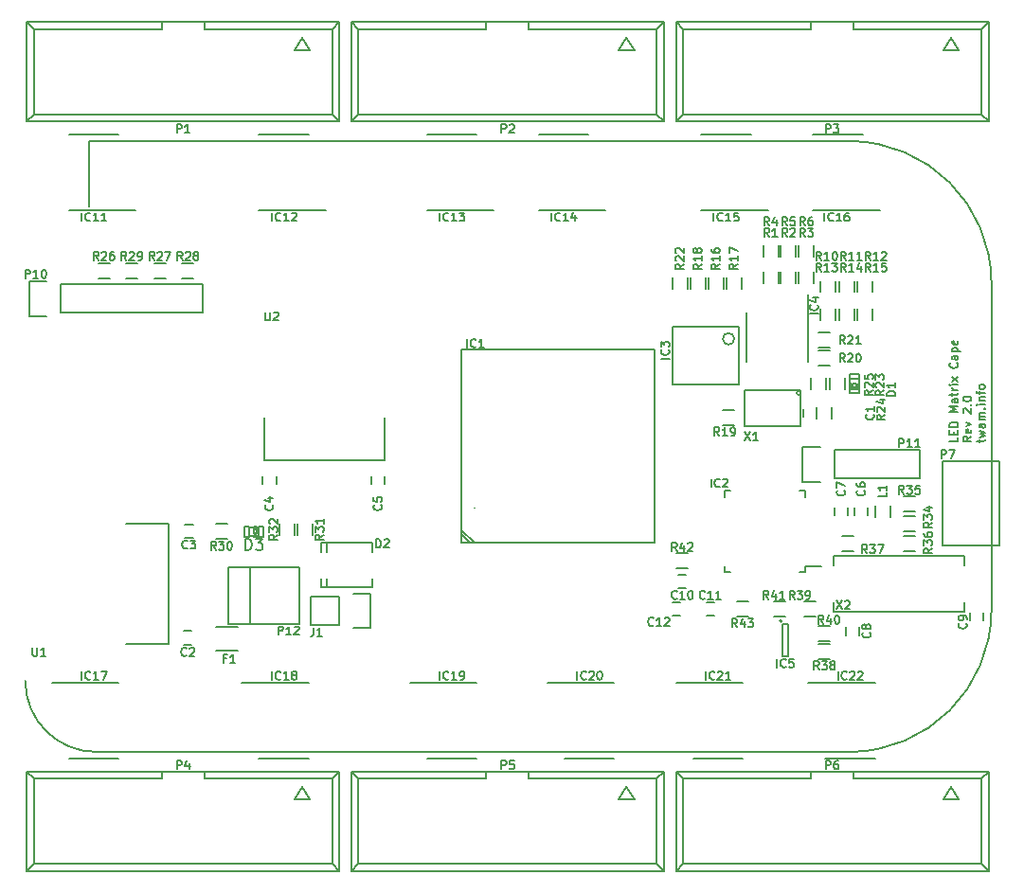
<source format=gto>
G04 #@! TF.FileFunction,Legend,Top*
%FSLAX46Y46*%
G04 Gerber Fmt 4.6, Leading zero omitted, Abs format (unit mm)*
G04 Created by KiCad (PCBNEW (2014-11-27 BZR 5304)-product) date 2015 March 23, Monday 21:33:43*
%MOMM*%
G01*
G04 APERTURE LIST*
%ADD10C,0.100000*%
%ADD11C,0.150000*%
%ADD12C,0.152400*%
G04 APERTURE END LIST*
D10*
D11*
X184964286Y-98859286D02*
X184964286Y-99216429D01*
X184214286Y-99216429D01*
X184571429Y-98609286D02*
X184571429Y-98359286D01*
X184964286Y-98252143D02*
X184964286Y-98609286D01*
X184214286Y-98609286D01*
X184214286Y-98252143D01*
X184964286Y-97930715D02*
X184214286Y-97930715D01*
X184214286Y-97752143D01*
X184250000Y-97645000D01*
X184321429Y-97573572D01*
X184392857Y-97537857D01*
X184535714Y-97502143D01*
X184642857Y-97502143D01*
X184785714Y-97537857D01*
X184857143Y-97573572D01*
X184928571Y-97645000D01*
X184964286Y-97752143D01*
X184964286Y-97930715D01*
X184964286Y-96609286D02*
X184214286Y-96609286D01*
X184750000Y-96359286D01*
X184214286Y-96109286D01*
X184964286Y-96109286D01*
X184964286Y-95430714D02*
X184571429Y-95430714D01*
X184500000Y-95466428D01*
X184464286Y-95537857D01*
X184464286Y-95680714D01*
X184500000Y-95752143D01*
X184928571Y-95430714D02*
X184964286Y-95502143D01*
X184964286Y-95680714D01*
X184928571Y-95752143D01*
X184857143Y-95787857D01*
X184785714Y-95787857D01*
X184714286Y-95752143D01*
X184678571Y-95680714D01*
X184678571Y-95502143D01*
X184642857Y-95430714D01*
X184464286Y-95180714D02*
X184464286Y-94895000D01*
X184214286Y-95073572D02*
X184857143Y-95073572D01*
X184928571Y-95037857D01*
X184964286Y-94966429D01*
X184964286Y-94895000D01*
X184964286Y-94645001D02*
X184464286Y-94645001D01*
X184607143Y-94645001D02*
X184535714Y-94609286D01*
X184500000Y-94573572D01*
X184464286Y-94502143D01*
X184464286Y-94430715D01*
X184964286Y-94180715D02*
X184464286Y-94180715D01*
X184214286Y-94180715D02*
X184250000Y-94216429D01*
X184285714Y-94180715D01*
X184250000Y-94145000D01*
X184214286Y-94180715D01*
X184285714Y-94180715D01*
X184964286Y-93895000D02*
X184464286Y-93502143D01*
X184464286Y-93895000D02*
X184964286Y-93502143D01*
X184892857Y-92216428D02*
X184928571Y-92252142D01*
X184964286Y-92359285D01*
X184964286Y-92430714D01*
X184928571Y-92537857D01*
X184857143Y-92609285D01*
X184785714Y-92645000D01*
X184642857Y-92680714D01*
X184535714Y-92680714D01*
X184392857Y-92645000D01*
X184321429Y-92609285D01*
X184250000Y-92537857D01*
X184214286Y-92430714D01*
X184214286Y-92359285D01*
X184250000Y-92252142D01*
X184285714Y-92216428D01*
X184964286Y-91573571D02*
X184571429Y-91573571D01*
X184500000Y-91609285D01*
X184464286Y-91680714D01*
X184464286Y-91823571D01*
X184500000Y-91895000D01*
X184928571Y-91573571D02*
X184964286Y-91645000D01*
X184964286Y-91823571D01*
X184928571Y-91895000D01*
X184857143Y-91930714D01*
X184785714Y-91930714D01*
X184714286Y-91895000D01*
X184678571Y-91823571D01*
X184678571Y-91645000D01*
X184642857Y-91573571D01*
X184464286Y-91216429D02*
X185214286Y-91216429D01*
X184500000Y-91216429D02*
X184464286Y-91145000D01*
X184464286Y-91002143D01*
X184500000Y-90930714D01*
X184535714Y-90895000D01*
X184607143Y-90859286D01*
X184821429Y-90859286D01*
X184892857Y-90895000D01*
X184928571Y-90930714D01*
X184964286Y-91002143D01*
X184964286Y-91145000D01*
X184928571Y-91216429D01*
X184928571Y-90252143D02*
X184964286Y-90323572D01*
X184964286Y-90466429D01*
X184928571Y-90537858D01*
X184857143Y-90573572D01*
X184571429Y-90573572D01*
X184500000Y-90537858D01*
X184464286Y-90466429D01*
X184464286Y-90323572D01*
X184500000Y-90252143D01*
X184571429Y-90216429D01*
X184642857Y-90216429D01*
X184714286Y-90573572D01*
X186164286Y-98787857D02*
X185807143Y-99037857D01*
X186164286Y-99216429D02*
X185414286Y-99216429D01*
X185414286Y-98930714D01*
X185450000Y-98859286D01*
X185485714Y-98823571D01*
X185557143Y-98787857D01*
X185664286Y-98787857D01*
X185735714Y-98823571D01*
X185771429Y-98859286D01*
X185807143Y-98930714D01*
X185807143Y-99216429D01*
X186128571Y-98180714D02*
X186164286Y-98252143D01*
X186164286Y-98395000D01*
X186128571Y-98466429D01*
X186057143Y-98502143D01*
X185771429Y-98502143D01*
X185700000Y-98466429D01*
X185664286Y-98395000D01*
X185664286Y-98252143D01*
X185700000Y-98180714D01*
X185771429Y-98145000D01*
X185842857Y-98145000D01*
X185914286Y-98502143D01*
X185664286Y-97895000D02*
X186164286Y-97716429D01*
X185664286Y-97537857D01*
X185485714Y-96716428D02*
X185450000Y-96680714D01*
X185414286Y-96609285D01*
X185414286Y-96430714D01*
X185450000Y-96359285D01*
X185485714Y-96323571D01*
X185557143Y-96287856D01*
X185628571Y-96287856D01*
X185735714Y-96323571D01*
X186164286Y-96752142D01*
X186164286Y-96287856D01*
X186092857Y-95966428D02*
X186128571Y-95930713D01*
X186164286Y-95966428D01*
X186128571Y-96002142D01*
X186092857Y-95966428D01*
X186164286Y-95966428D01*
X185414286Y-95466427D02*
X185414286Y-95394999D01*
X185450000Y-95323570D01*
X185485714Y-95287856D01*
X185557143Y-95252142D01*
X185700000Y-95216427D01*
X185878571Y-95216427D01*
X186021429Y-95252142D01*
X186092857Y-95287856D01*
X186128571Y-95323570D01*
X186164286Y-95394999D01*
X186164286Y-95466427D01*
X186128571Y-95537856D01*
X186092857Y-95573570D01*
X186021429Y-95609285D01*
X185878571Y-95644999D01*
X185700000Y-95644999D01*
X185557143Y-95609285D01*
X185485714Y-95573570D01*
X185450000Y-95537856D01*
X185414286Y-95466427D01*
X186864286Y-99323571D02*
X186864286Y-99037857D01*
X186614286Y-99216429D02*
X187257143Y-99216429D01*
X187328571Y-99180714D01*
X187364286Y-99109286D01*
X187364286Y-99037857D01*
X186864286Y-98859286D02*
X187364286Y-98716429D01*
X187007143Y-98573572D01*
X187364286Y-98430715D01*
X186864286Y-98287858D01*
X187364286Y-97680715D02*
X186971429Y-97680715D01*
X186900000Y-97716429D01*
X186864286Y-97787858D01*
X186864286Y-97930715D01*
X186900000Y-98002144D01*
X187328571Y-97680715D02*
X187364286Y-97752144D01*
X187364286Y-97930715D01*
X187328571Y-98002144D01*
X187257143Y-98037858D01*
X187185714Y-98037858D01*
X187114286Y-98002144D01*
X187078571Y-97930715D01*
X187078571Y-97752144D01*
X187042857Y-97680715D01*
X187364286Y-97323573D02*
X186864286Y-97323573D01*
X186935714Y-97323573D02*
X186900000Y-97287858D01*
X186864286Y-97216430D01*
X186864286Y-97109287D01*
X186900000Y-97037858D01*
X186971429Y-97002144D01*
X187364286Y-97002144D01*
X186971429Y-97002144D02*
X186900000Y-96966430D01*
X186864286Y-96895001D01*
X186864286Y-96787858D01*
X186900000Y-96716430D01*
X186971429Y-96680715D01*
X187364286Y-96680715D01*
X187292857Y-96323573D02*
X187328571Y-96287858D01*
X187364286Y-96323573D01*
X187328571Y-96359287D01*
X187292857Y-96323573D01*
X187364286Y-96323573D01*
X187364286Y-95966430D02*
X186864286Y-95966430D01*
X186614286Y-95966430D02*
X186650000Y-96002144D01*
X186685714Y-95966430D01*
X186650000Y-95930715D01*
X186614286Y-95966430D01*
X186685714Y-95966430D01*
X186864286Y-95609287D02*
X187364286Y-95609287D01*
X186935714Y-95609287D02*
X186900000Y-95573572D01*
X186864286Y-95502144D01*
X186864286Y-95395001D01*
X186900000Y-95323572D01*
X186971429Y-95287858D01*
X187364286Y-95287858D01*
X186864286Y-95037858D02*
X186864286Y-94752144D01*
X187364286Y-94930716D02*
X186721429Y-94930716D01*
X186650000Y-94895001D01*
X186614286Y-94823573D01*
X186614286Y-94752144D01*
X187364286Y-94395002D02*
X187328571Y-94466430D01*
X187292857Y-94502145D01*
X187221429Y-94537859D01*
X187007143Y-94537859D01*
X186935714Y-94502145D01*
X186900000Y-94466430D01*
X186864286Y-94395002D01*
X186864286Y-94287859D01*
X186900000Y-94216430D01*
X186935714Y-94180716D01*
X187007143Y-94145002D01*
X187221429Y-94145002D01*
X187292857Y-94180716D01*
X187328571Y-94216430D01*
X187364286Y-94287859D01*
X187364286Y-94395002D01*
D12*
X187960000Y-114300000D02*
G75*
G02X175260000Y-127000000I-12700000J0D01*
G01*
X187960000Y-85090000D02*
G75*
G03X175260000Y-72390000I-12700000J0D01*
G01*
X107950000Y-127000000D02*
X175260000Y-127000000D01*
X187960000Y-85090000D02*
X187960000Y-114300000D01*
X107315000Y-72390000D02*
X175260000Y-72390000D01*
X107315000Y-78265000D02*
X107315000Y-72390000D01*
X101600000Y-120650000D02*
G75*
G03X107950000Y-127000000I6350000J0D01*
G01*
D11*
X168900000Y-84095000D02*
X168900000Y-85095000D01*
X167550000Y-85095000D02*
X167550000Y-84095000D01*
X170500000Y-84095000D02*
X170500000Y-85095000D01*
X169150000Y-85095000D02*
X169150000Y-84095000D01*
X172100000Y-84095000D02*
X172100000Y-85095000D01*
X170750000Y-85095000D02*
X170750000Y-84095000D01*
X168900000Y-81695000D02*
X168900000Y-82695000D01*
X167550000Y-82695000D02*
X167550000Y-81695000D01*
X170500000Y-81695000D02*
X170500000Y-82695000D01*
X169150000Y-82695000D02*
X169150000Y-81695000D01*
X172100000Y-81695000D02*
X172100000Y-82695000D01*
X170750000Y-82695000D02*
X170750000Y-81695000D01*
X174900000Y-93595000D02*
X174900000Y-94595000D01*
X173550000Y-94595000D02*
X173550000Y-93595000D01*
X177300000Y-87395000D02*
X177300000Y-88395000D01*
X175950000Y-88395000D02*
X175950000Y-87395000D01*
X172525000Y-89520000D02*
X173525000Y-89520000D01*
X173525000Y-90870000D02*
X172525000Y-90870000D01*
X172525000Y-91120000D02*
X173525000Y-91120000D01*
X173525000Y-92470000D02*
X172525000Y-92470000D01*
X174000000Y-87395000D02*
X174000000Y-88395000D01*
X172650000Y-88395000D02*
X172650000Y-87395000D01*
X175700000Y-87395000D02*
X175700000Y-88395000D01*
X174350000Y-88395000D02*
X174350000Y-87395000D01*
X177300000Y-84895000D02*
X177300000Y-85895000D01*
X175950000Y-85895000D02*
X175950000Y-84895000D01*
X174000000Y-84895000D02*
X174000000Y-85895000D01*
X172650000Y-85895000D02*
X172650000Y-84895000D01*
X175700000Y-84895000D02*
X175700000Y-85895000D01*
X174350000Y-85895000D02*
X174350000Y-84895000D01*
X160800000Y-84595000D02*
X160800000Y-85595000D01*
X159450000Y-85595000D02*
X159450000Y-84595000D01*
X164000000Y-84595000D02*
X164000000Y-85595000D01*
X162650000Y-85595000D02*
X162650000Y-84595000D01*
X164250000Y-85595000D02*
X164250000Y-84595000D01*
X165600000Y-84595000D02*
X165600000Y-85595000D01*
X161050000Y-85595000D02*
X161050000Y-84595000D01*
X162400000Y-84595000D02*
X162400000Y-85595000D01*
X163925000Y-96420000D02*
X164925000Y-96420000D01*
X164925000Y-97770000D02*
X163925000Y-97770000D01*
X109125000Y-84670000D02*
X108125000Y-84670000D01*
X108125000Y-83320000D02*
X109125000Y-83320000D01*
X114125000Y-84670000D02*
X113125000Y-84670000D01*
X113125000Y-83320000D02*
X114125000Y-83320000D01*
X116625000Y-84670000D02*
X115625000Y-84670000D01*
X115625000Y-83320000D02*
X116625000Y-83320000D01*
X111625000Y-84670000D02*
X110625000Y-84670000D01*
X110625000Y-83320000D02*
X111625000Y-83320000D01*
X109950000Y-71820000D02*
X105500000Y-71820000D01*
X111475000Y-78570000D02*
X105500000Y-78570000D01*
X126950000Y-71820000D02*
X122500000Y-71820000D01*
X128475000Y-78570000D02*
X122500000Y-78570000D01*
X160390000Y-62385000D02*
X159755000Y-61750000D01*
X160390000Y-70005000D02*
X159755000Y-70640000D01*
X187060000Y-70005000D02*
X187695000Y-70640000D01*
X171820000Y-61750000D02*
X171820000Y-62385000D01*
X171820000Y-62385000D02*
X160390000Y-62385000D01*
X160390000Y-62385000D02*
X160390000Y-70005000D01*
X160390000Y-70005000D02*
X187060000Y-70005000D01*
X187060000Y-70005000D02*
X187060000Y-62385000D01*
X187060000Y-62385000D02*
X187695000Y-61750000D01*
X187060000Y-62385000D02*
X175630000Y-62385000D01*
X175630000Y-62385000D02*
X175630000Y-61750000D01*
X159755000Y-61750000D02*
X187695000Y-61750000D01*
X187695000Y-70640000D02*
X159755000Y-70640000D01*
X187695000Y-70640000D02*
X187695000Y-61750000D01*
X159755000Y-70640000D02*
X159755000Y-61750000D01*
X185033080Y-64226500D02*
X184334580Y-63157160D01*
X184334580Y-63157160D02*
X183633540Y-64226500D01*
X183633540Y-64226500D02*
X185033080Y-64226500D01*
X102390000Y-129385000D02*
X101755000Y-128750000D01*
X102390000Y-137005000D02*
X101755000Y-137640000D01*
X129060000Y-137005000D02*
X129695000Y-137640000D01*
X113820000Y-128750000D02*
X113820000Y-129385000D01*
X113820000Y-129385000D02*
X102390000Y-129385000D01*
X102390000Y-129385000D02*
X102390000Y-137005000D01*
X102390000Y-137005000D02*
X129060000Y-137005000D01*
X129060000Y-137005000D02*
X129060000Y-129385000D01*
X129060000Y-129385000D02*
X129695000Y-128750000D01*
X129060000Y-129385000D02*
X117630000Y-129385000D01*
X117630000Y-129385000D02*
X117630000Y-128750000D01*
X101755000Y-128750000D02*
X129695000Y-128750000D01*
X129695000Y-137640000D02*
X101755000Y-137640000D01*
X129695000Y-137640000D02*
X129695000Y-128750000D01*
X101755000Y-137640000D02*
X101755000Y-128750000D01*
X127033080Y-131226500D02*
X126334580Y-130157160D01*
X126334580Y-130157160D02*
X125633540Y-131226500D01*
X125633540Y-131226500D02*
X127033080Y-131226500D01*
X131390000Y-129385000D02*
X130755000Y-128750000D01*
X131390000Y-137005000D02*
X130755000Y-137640000D01*
X158060000Y-137005000D02*
X158695000Y-137640000D01*
X142820000Y-128750000D02*
X142820000Y-129385000D01*
X142820000Y-129385000D02*
X131390000Y-129385000D01*
X131390000Y-129385000D02*
X131390000Y-137005000D01*
X131390000Y-137005000D02*
X158060000Y-137005000D01*
X158060000Y-137005000D02*
X158060000Y-129385000D01*
X158060000Y-129385000D02*
X158695000Y-128750000D01*
X158060000Y-129385000D02*
X146630000Y-129385000D01*
X146630000Y-129385000D02*
X146630000Y-128750000D01*
X130755000Y-128750000D02*
X158695000Y-128750000D01*
X158695000Y-137640000D02*
X130755000Y-137640000D01*
X158695000Y-137640000D02*
X158695000Y-128750000D01*
X130755000Y-137640000D02*
X130755000Y-128750000D01*
X156033080Y-131226500D02*
X155334580Y-130157160D01*
X155334580Y-130157160D02*
X154633540Y-131226500D01*
X154633540Y-131226500D02*
X156033080Y-131226500D01*
X160390000Y-129385000D02*
X159755000Y-128750000D01*
X160390000Y-137005000D02*
X159755000Y-137640000D01*
X187060000Y-137005000D02*
X187695000Y-137640000D01*
X171820000Y-128750000D02*
X171820000Y-129385000D01*
X171820000Y-129385000D02*
X160390000Y-129385000D01*
X160390000Y-129385000D02*
X160390000Y-137005000D01*
X160390000Y-137005000D02*
X187060000Y-137005000D01*
X187060000Y-137005000D02*
X187060000Y-129385000D01*
X187060000Y-129385000D02*
X187695000Y-128750000D01*
X187060000Y-129385000D02*
X175630000Y-129385000D01*
X175630000Y-129385000D02*
X175630000Y-128750000D01*
X159755000Y-128750000D02*
X187695000Y-128750000D01*
X187695000Y-137640000D02*
X159755000Y-137640000D01*
X187695000Y-137640000D02*
X187695000Y-128750000D01*
X159755000Y-137640000D02*
X159755000Y-128750000D01*
X185033080Y-131226500D02*
X184334580Y-130157160D01*
X184334580Y-130157160D02*
X183633540Y-131226500D01*
X183633540Y-131226500D02*
X185033080Y-131226500D01*
X141732000Y-108331000D02*
X140589000Y-107188000D01*
X141351000Y-108331000D02*
X140589000Y-107569000D01*
X140589000Y-91059000D02*
X157861000Y-91059000D01*
X157861000Y-91059000D02*
X157861000Y-108331000D01*
X157861000Y-108331000D02*
X140589000Y-108331000D01*
X140589000Y-108331000D02*
X140589000Y-91059000D01*
X141724380Y-105194100D02*
X141724380Y-105183940D01*
X102390000Y-62385000D02*
X101755000Y-61750000D01*
X102390000Y-70005000D02*
X101755000Y-70640000D01*
X129060000Y-70005000D02*
X129695000Y-70640000D01*
X113820000Y-61750000D02*
X113820000Y-62385000D01*
X113820000Y-62385000D02*
X102390000Y-62385000D01*
X102390000Y-62385000D02*
X102390000Y-70005000D01*
X102390000Y-70005000D02*
X129060000Y-70005000D01*
X129060000Y-70005000D02*
X129060000Y-62385000D01*
X129060000Y-62385000D02*
X129695000Y-61750000D01*
X129060000Y-62385000D02*
X117630000Y-62385000D01*
X117630000Y-62385000D02*
X117630000Y-61750000D01*
X101755000Y-61750000D02*
X129695000Y-61750000D01*
X129695000Y-70640000D02*
X101755000Y-70640000D01*
X129695000Y-70640000D02*
X129695000Y-61750000D01*
X101755000Y-70640000D02*
X101755000Y-61750000D01*
X127033080Y-64226500D02*
X126334580Y-63157160D01*
X126334580Y-63157160D02*
X125633540Y-64226500D01*
X125633540Y-64226500D02*
X127033080Y-64226500D01*
X131390000Y-62385000D02*
X130755000Y-61750000D01*
X131390000Y-70005000D02*
X130755000Y-70640000D01*
X158060000Y-70005000D02*
X158695000Y-70640000D01*
X142820000Y-61750000D02*
X142820000Y-62385000D01*
X142820000Y-62385000D02*
X131390000Y-62385000D01*
X131390000Y-62385000D02*
X131390000Y-70005000D01*
X131390000Y-70005000D02*
X158060000Y-70005000D01*
X158060000Y-70005000D02*
X158060000Y-62385000D01*
X158060000Y-62385000D02*
X158695000Y-61750000D01*
X158060000Y-62385000D02*
X146630000Y-62385000D01*
X146630000Y-62385000D02*
X146630000Y-61750000D01*
X130755000Y-61750000D02*
X158695000Y-61750000D01*
X158695000Y-70640000D02*
X130755000Y-70640000D01*
X158695000Y-70640000D02*
X158695000Y-61750000D01*
X130755000Y-70640000D02*
X130755000Y-61750000D01*
X156033080Y-64226500D02*
X155334580Y-63157160D01*
X155334580Y-63157160D02*
X154633540Y-64226500D01*
X154633540Y-64226500D02*
X156033080Y-64226500D01*
X104775000Y-85217000D02*
X117475000Y-85217000D01*
X117475000Y-85217000D02*
X117475000Y-87757000D01*
X117475000Y-87757000D02*
X104775000Y-87757000D01*
X101955000Y-84937000D02*
X103505000Y-84937000D01*
X104775000Y-85217000D02*
X104775000Y-87757000D01*
X103505000Y-88037000D02*
X101955000Y-88037000D01*
X101955000Y-88037000D02*
X101955000Y-84937000D01*
X176174580Y-94544580D02*
X175275420Y-94544580D01*
X175275420Y-94544580D02*
X175275420Y-94943360D01*
X176174580Y-94943360D02*
X175275420Y-94943360D01*
X176174580Y-94544580D02*
X176174580Y-94943360D01*
X176174580Y-93246640D02*
X175275420Y-93246640D01*
X175275420Y-93246640D02*
X175275420Y-93645420D01*
X176174580Y-93645420D02*
X175275420Y-93645420D01*
X176174580Y-93246640D02*
X176174580Y-93645420D01*
X176174580Y-94095000D02*
X176024720Y-94095000D01*
X176024720Y-94095000D02*
X176024720Y-94394720D01*
X176174580Y-94394720D02*
X176024720Y-94394720D01*
X176174580Y-94095000D02*
X176174580Y-94394720D01*
X175425280Y-94095000D02*
X175275420Y-94095000D01*
X175275420Y-94095000D02*
X175275420Y-94394720D01*
X175425280Y-94394720D02*
X175275420Y-94394720D01*
X175425280Y-94095000D02*
X175425280Y-94394720D01*
X175874860Y-94095000D02*
X175575140Y-94095000D01*
X175575140Y-94095000D02*
X175575140Y-94394720D01*
X175874860Y-94394720D02*
X175575140Y-94394720D01*
X175874860Y-94095000D02*
X175874860Y-94394720D01*
X176123780Y-94544580D02*
X176123780Y-93645420D01*
X175326220Y-94544580D02*
X175326220Y-93645420D01*
X164965000Y-90071000D02*
G75*
G03X164965000Y-90071000I-508000J0D01*
G01*
X165425000Y-94170000D02*
X159425000Y-94170000D01*
X165425000Y-94170000D02*
X165425000Y-89020000D01*
X165425000Y-89020000D02*
X159425000Y-89020000D01*
X159425000Y-89020000D02*
X159425000Y-94170000D01*
X175725000Y-105845000D02*
X175725000Y-105145000D01*
X176925000Y-105145000D02*
X176925000Y-105845000D01*
X173925000Y-105845000D02*
X173925000Y-105145000D01*
X175125000Y-105145000D02*
X175125000Y-105845000D01*
X163175000Y-114795000D02*
X162475000Y-114795000D01*
X162475000Y-113595000D02*
X163175000Y-113595000D01*
X160175000Y-114795000D02*
X159475000Y-114795000D01*
X159475000Y-113595000D02*
X160175000Y-113595000D01*
X187225000Y-114545000D02*
X187225000Y-115245000D01*
X186025000Y-115245000D02*
X186025000Y-114545000D01*
X176125000Y-115845000D02*
X176125000Y-116545000D01*
X174925000Y-116545000D02*
X174925000Y-115845000D01*
X160675000Y-112395000D02*
X159975000Y-112395000D01*
X159975000Y-111195000D02*
X160675000Y-111195000D01*
X171350000Y-110920000D02*
X171350000Y-110395000D01*
X164100000Y-110920000D02*
X164100000Y-110395000D01*
X164100000Y-103670000D02*
X164100000Y-104195000D01*
X171350000Y-103670000D02*
X171350000Y-104195000D01*
X171350000Y-110920000D02*
X170825000Y-110920000D01*
X171350000Y-103670000D02*
X170825000Y-103670000D01*
X164100000Y-103670000D02*
X164625000Y-103670000D01*
X164100000Y-110920000D02*
X164625000Y-110920000D01*
X171350000Y-110395000D02*
X172725000Y-110395000D01*
X165225000Y-113520000D02*
X166225000Y-113520000D01*
X166225000Y-114870000D02*
X165225000Y-114870000D01*
X175625000Y-109070000D02*
X174625000Y-109070000D01*
X174625000Y-107720000D02*
X175625000Y-107720000D01*
X159825000Y-109220000D02*
X160825000Y-109220000D01*
X160825000Y-110570000D02*
X159825000Y-110570000D01*
X180125000Y-107720000D02*
X181125000Y-107720000D01*
X181125000Y-109070000D02*
X180125000Y-109070000D01*
X180125000Y-105920000D02*
X181125000Y-105920000D01*
X181125000Y-107270000D02*
X180125000Y-107270000D01*
X180125000Y-104120000D02*
X181125000Y-104120000D01*
X181125000Y-105470000D02*
X180125000Y-105470000D01*
X172525000Y-115720000D02*
X173525000Y-115720000D01*
X173525000Y-117070000D02*
X172525000Y-117070000D01*
X172525000Y-117320000D02*
X173525000Y-117320000D01*
X173525000Y-118670000D02*
X172525000Y-118670000D01*
X171225000Y-113520000D02*
X172225000Y-113520000D01*
X172225000Y-114870000D02*
X171225000Y-114870000D01*
X169525000Y-114870000D02*
X168525000Y-114870000D01*
X168525000Y-113520000D02*
X169525000Y-113520000D01*
X173200000Y-93595000D02*
X173200000Y-94595000D01*
X171850000Y-94595000D02*
X171850000Y-93595000D01*
X170890605Y-94898000D02*
G75*
G03X170890605Y-94898000I-179605J0D01*
G01*
X170925000Y-97895000D02*
X170925000Y-94695000D01*
X170925000Y-94695000D02*
X165925000Y-94695000D01*
X165925000Y-94695000D02*
X165925000Y-97895000D01*
X170925000Y-97895000D02*
X165925000Y-97895000D01*
X173875380Y-114494360D02*
X185574620Y-114494360D01*
X185574620Y-109495640D02*
X173875380Y-109495640D01*
X185574620Y-114494360D02*
X185574620Y-113646000D01*
X185574620Y-109495640D02*
X185574620Y-110344000D01*
X173875380Y-114494360D02*
X173875380Y-113646000D01*
X173875380Y-109495640D02*
X173875380Y-110344000D01*
X183625000Y-101045000D02*
X188625000Y-101045000D01*
X188625000Y-101045000D02*
X188625000Y-108545000D01*
X188625000Y-108545000D02*
X183625000Y-108545000D01*
X183625000Y-108545000D02*
X183625000Y-101045000D01*
X141950000Y-71820000D02*
X137500000Y-71820000D01*
X143475000Y-78570000D02*
X137500000Y-78570000D01*
X151950000Y-71820000D02*
X147500000Y-71820000D01*
X153475000Y-78570000D02*
X147500000Y-78570000D01*
X166450000Y-71820000D02*
X162000000Y-71820000D01*
X167975000Y-78570000D02*
X162000000Y-78570000D01*
X176450000Y-71820000D02*
X172000000Y-71820000D01*
X177975000Y-78570000D02*
X172000000Y-78570000D01*
X105500000Y-127570000D02*
X109950000Y-127570000D01*
X103975000Y-120820000D02*
X109950000Y-120820000D01*
X122500000Y-127570000D02*
X126950000Y-127570000D01*
X120975000Y-120820000D02*
X126950000Y-120820000D01*
X137500000Y-127570000D02*
X141950000Y-127570000D01*
X135975000Y-120820000D02*
X141950000Y-120820000D01*
X149800000Y-127570000D02*
X154250000Y-127570000D01*
X148275000Y-120820000D02*
X154250000Y-120820000D01*
X161300000Y-127570000D02*
X165750000Y-127570000D01*
X159775000Y-120820000D02*
X165750000Y-120820000D01*
X173100000Y-127570000D02*
X177550000Y-127570000D01*
X171575000Y-120820000D02*
X177550000Y-120820000D01*
X178900000Y-104995000D02*
X178900000Y-105995000D01*
X177550000Y-105995000D02*
X177550000Y-104995000D01*
X116475000Y-117395000D02*
X115775000Y-117395000D01*
X115775000Y-116195000D02*
X116475000Y-116195000D01*
X116575000Y-107895000D02*
X115875000Y-107895000D01*
X115875000Y-106695000D02*
X116575000Y-106695000D01*
X122825000Y-103045000D02*
X122825000Y-102345000D01*
X124025000Y-102345000D02*
X124025000Y-103045000D01*
X132525000Y-103045000D02*
X132525000Y-102345000D01*
X133725000Y-102345000D02*
X133725000Y-103045000D01*
X122474580Y-106845420D02*
X122474580Y-107744580D01*
X122474580Y-107744580D02*
X122873360Y-107744580D01*
X122873360Y-106845420D02*
X122873360Y-107744580D01*
X122474580Y-106845420D02*
X122873360Y-106845420D01*
X121176640Y-106845420D02*
X121176640Y-107744580D01*
X121176640Y-107744580D02*
X121575420Y-107744580D01*
X121575420Y-106845420D02*
X121575420Y-107744580D01*
X121176640Y-106845420D02*
X121575420Y-106845420D01*
X122025000Y-106845420D02*
X122025000Y-106995280D01*
X122025000Y-106995280D02*
X122324720Y-106995280D01*
X122324720Y-106845420D02*
X122324720Y-106995280D01*
X122025000Y-106845420D02*
X122324720Y-106845420D01*
X122025000Y-107594720D02*
X122025000Y-107744580D01*
X122025000Y-107744580D02*
X122324720Y-107744580D01*
X122324720Y-107594720D02*
X122324720Y-107744580D01*
X122025000Y-107594720D02*
X122324720Y-107594720D01*
X122025000Y-107145140D02*
X122025000Y-107444860D01*
X122025000Y-107444860D02*
X122324720Y-107444860D01*
X122324720Y-107145140D02*
X122324720Y-107444860D01*
X122025000Y-107145140D02*
X122324720Y-107145140D01*
X122474580Y-106896220D02*
X121575420Y-106896220D01*
X122474580Y-107693780D02*
X121575420Y-107693780D01*
X129655000Y-115665000D02*
X127115000Y-115665000D01*
X132475000Y-115945000D02*
X130925000Y-115945000D01*
X129655000Y-115665000D02*
X129655000Y-113125000D01*
X130925000Y-112845000D02*
X132475000Y-112845000D01*
X132475000Y-112845000D02*
X132475000Y-115945000D01*
X129655000Y-113125000D02*
X127115000Y-113125000D01*
X127115000Y-113125000D02*
X127115000Y-115665000D01*
X173895000Y-102565000D02*
X181515000Y-102565000D01*
X173895000Y-100025000D02*
X181515000Y-100025000D01*
X171075000Y-99745000D02*
X172625000Y-99745000D01*
X181515000Y-102565000D02*
X181515000Y-100025000D01*
X173895000Y-100025000D02*
X173895000Y-102565000D01*
X172625000Y-102845000D02*
X171075000Y-102845000D01*
X171075000Y-102845000D02*
X171075000Y-99745000D01*
X121655000Y-110455000D02*
X121655000Y-115535000D01*
X126100000Y-110455000D02*
X126100000Y-115535000D01*
X119750000Y-115535000D02*
X119750000Y-110455000D01*
X119750000Y-115535000D02*
X126100000Y-115535000D01*
X119750000Y-110455000D02*
X126100000Y-110455000D01*
X124350000Y-107595000D02*
X124350000Y-106595000D01*
X125700000Y-106595000D02*
X125700000Y-107595000D01*
X125950000Y-107595000D02*
X125950000Y-106595000D01*
X127300000Y-106595000D02*
X127300000Y-107595000D01*
X118625000Y-106620000D02*
X119625000Y-106620000D01*
X119625000Y-107970000D02*
X118625000Y-107970000D01*
X110625000Y-117367100D02*
X114435000Y-117367100D01*
X114435000Y-117367100D02*
X114435000Y-106622900D01*
X110625000Y-106622900D02*
X114435000Y-106622900D01*
X122952900Y-97095000D02*
X122952900Y-100905000D01*
X122952900Y-100905000D02*
X133697100Y-100905000D01*
X133697100Y-97095000D02*
X133697100Y-100905000D01*
X118625000Y-115820000D02*
X120625000Y-115820000D01*
X120625000Y-117970000D02*
X118625000Y-117970000D01*
X128525000Y-108295000D02*
X128525000Y-109095000D01*
X128525000Y-112295000D02*
X128525000Y-111495000D01*
X128025000Y-112295000D02*
X128025000Y-111495000D01*
X128025000Y-108295000D02*
X128025000Y-109095000D01*
X132625000Y-108295000D02*
X128025000Y-108295000D01*
X132625000Y-109095000D02*
X132625000Y-108295000D01*
X132625000Y-112295000D02*
X128025000Y-112295000D01*
X132625000Y-111495000D02*
X132625000Y-112295000D01*
X171125000Y-97045000D02*
X171125000Y-96345000D01*
X172325000Y-96345000D02*
X172325000Y-97045000D01*
X173700000Y-96195000D02*
X173700000Y-97195000D01*
X172350000Y-97195000D02*
X172350000Y-96195000D01*
X166100000Y-87695000D02*
X166100000Y-92095000D01*
X171550000Y-86120000D02*
X171550000Y-92095000D01*
X169225000Y-115295000D02*
G75*
G03X169225000Y-115295000I-100000J0D01*
G01*
X169775000Y-115545000D02*
X169275000Y-115545000D01*
X169775000Y-118445000D02*
X169775000Y-115545000D01*
X169275000Y-118445000D02*
X169775000Y-118445000D01*
X169275000Y-115545000D02*
X169275000Y-118445000D01*
X168100000Y-80934286D02*
X167850000Y-80577143D01*
X167671428Y-80934286D02*
X167671428Y-80184286D01*
X167957143Y-80184286D01*
X168028571Y-80220000D01*
X168064286Y-80255714D01*
X168100000Y-80327143D01*
X168100000Y-80434286D01*
X168064286Y-80505714D01*
X168028571Y-80541429D01*
X167957143Y-80577143D01*
X167671428Y-80577143D01*
X168814286Y-80934286D02*
X168385714Y-80934286D01*
X168600000Y-80934286D02*
X168600000Y-80184286D01*
X168528571Y-80291429D01*
X168457143Y-80362857D01*
X168385714Y-80398571D01*
X169700000Y-80934286D02*
X169450000Y-80577143D01*
X169271428Y-80934286D02*
X169271428Y-80184286D01*
X169557143Y-80184286D01*
X169628571Y-80220000D01*
X169664286Y-80255714D01*
X169700000Y-80327143D01*
X169700000Y-80434286D01*
X169664286Y-80505714D01*
X169628571Y-80541429D01*
X169557143Y-80577143D01*
X169271428Y-80577143D01*
X169985714Y-80255714D02*
X170021428Y-80220000D01*
X170092857Y-80184286D01*
X170271428Y-80184286D01*
X170342857Y-80220000D01*
X170378571Y-80255714D01*
X170414286Y-80327143D01*
X170414286Y-80398571D01*
X170378571Y-80505714D01*
X169950000Y-80934286D01*
X170414286Y-80934286D01*
X171300000Y-80934286D02*
X171050000Y-80577143D01*
X170871428Y-80934286D02*
X170871428Y-80184286D01*
X171157143Y-80184286D01*
X171228571Y-80220000D01*
X171264286Y-80255714D01*
X171300000Y-80327143D01*
X171300000Y-80434286D01*
X171264286Y-80505714D01*
X171228571Y-80541429D01*
X171157143Y-80577143D01*
X170871428Y-80577143D01*
X171550000Y-80184286D02*
X172014286Y-80184286D01*
X171764286Y-80470000D01*
X171871428Y-80470000D01*
X171942857Y-80505714D01*
X171978571Y-80541429D01*
X172014286Y-80612857D01*
X172014286Y-80791429D01*
X171978571Y-80862857D01*
X171942857Y-80898571D01*
X171871428Y-80934286D01*
X171657143Y-80934286D01*
X171585714Y-80898571D01*
X171550000Y-80862857D01*
X168100000Y-79934286D02*
X167850000Y-79577143D01*
X167671428Y-79934286D02*
X167671428Y-79184286D01*
X167957143Y-79184286D01*
X168028571Y-79220000D01*
X168064286Y-79255714D01*
X168100000Y-79327143D01*
X168100000Y-79434286D01*
X168064286Y-79505714D01*
X168028571Y-79541429D01*
X167957143Y-79577143D01*
X167671428Y-79577143D01*
X168742857Y-79434286D02*
X168742857Y-79934286D01*
X168564286Y-79148571D02*
X168385714Y-79684286D01*
X168850000Y-79684286D01*
X169700000Y-79934286D02*
X169450000Y-79577143D01*
X169271428Y-79934286D02*
X169271428Y-79184286D01*
X169557143Y-79184286D01*
X169628571Y-79220000D01*
X169664286Y-79255714D01*
X169700000Y-79327143D01*
X169700000Y-79434286D01*
X169664286Y-79505714D01*
X169628571Y-79541429D01*
X169557143Y-79577143D01*
X169271428Y-79577143D01*
X170378571Y-79184286D02*
X170021428Y-79184286D01*
X169985714Y-79541429D01*
X170021428Y-79505714D01*
X170092857Y-79470000D01*
X170271428Y-79470000D01*
X170342857Y-79505714D01*
X170378571Y-79541429D01*
X170414286Y-79612857D01*
X170414286Y-79791429D01*
X170378571Y-79862857D01*
X170342857Y-79898571D01*
X170271428Y-79934286D01*
X170092857Y-79934286D01*
X170021428Y-79898571D01*
X169985714Y-79862857D01*
X171300000Y-79934286D02*
X171050000Y-79577143D01*
X170871428Y-79934286D02*
X170871428Y-79184286D01*
X171157143Y-79184286D01*
X171228571Y-79220000D01*
X171264286Y-79255714D01*
X171300000Y-79327143D01*
X171300000Y-79434286D01*
X171264286Y-79505714D01*
X171228571Y-79541429D01*
X171157143Y-79577143D01*
X170871428Y-79577143D01*
X171942857Y-79184286D02*
X171800000Y-79184286D01*
X171728571Y-79220000D01*
X171692857Y-79255714D01*
X171621428Y-79362857D01*
X171585714Y-79505714D01*
X171585714Y-79791429D01*
X171621428Y-79862857D01*
X171657143Y-79898571D01*
X171728571Y-79934286D01*
X171871428Y-79934286D01*
X171942857Y-79898571D01*
X171978571Y-79862857D01*
X172014286Y-79791429D01*
X172014286Y-79612857D01*
X171978571Y-79541429D01*
X171942857Y-79505714D01*
X171871428Y-79470000D01*
X171728571Y-79470000D01*
X171657143Y-79505714D01*
X171621428Y-79541429D01*
X171585714Y-79612857D01*
X178364286Y-94677143D02*
X178007143Y-94927143D01*
X178364286Y-95105715D02*
X177614286Y-95105715D01*
X177614286Y-94820000D01*
X177650000Y-94748572D01*
X177685714Y-94712857D01*
X177757143Y-94677143D01*
X177864286Y-94677143D01*
X177935714Y-94712857D01*
X177971429Y-94748572D01*
X178007143Y-94820000D01*
X178007143Y-95105715D01*
X177685714Y-94391429D02*
X177650000Y-94355715D01*
X177614286Y-94284286D01*
X177614286Y-94105715D01*
X177650000Y-94034286D01*
X177685714Y-93998572D01*
X177757143Y-93962857D01*
X177828571Y-93962857D01*
X177935714Y-93998572D01*
X178364286Y-94427143D01*
X178364286Y-93962857D01*
X177614286Y-93712857D02*
X177614286Y-93248571D01*
X177900000Y-93498571D01*
X177900000Y-93391429D01*
X177935714Y-93320000D01*
X177971429Y-93284286D01*
X178042857Y-93248571D01*
X178221429Y-93248571D01*
X178292857Y-93284286D01*
X178328571Y-93320000D01*
X178364286Y-93391429D01*
X178364286Y-93605714D01*
X178328571Y-93677143D01*
X178292857Y-93712857D01*
X177142857Y-84034286D02*
X176892857Y-83677143D01*
X176714285Y-84034286D02*
X176714285Y-83284286D01*
X177000000Y-83284286D01*
X177071428Y-83320000D01*
X177107143Y-83355714D01*
X177142857Y-83427143D01*
X177142857Y-83534286D01*
X177107143Y-83605714D01*
X177071428Y-83641429D01*
X177000000Y-83677143D01*
X176714285Y-83677143D01*
X177857143Y-84034286D02*
X177428571Y-84034286D01*
X177642857Y-84034286D02*
X177642857Y-83284286D01*
X177571428Y-83391429D01*
X177500000Y-83462857D01*
X177428571Y-83498571D01*
X178535714Y-83284286D02*
X178178571Y-83284286D01*
X178142857Y-83641429D01*
X178178571Y-83605714D01*
X178250000Y-83570000D01*
X178428571Y-83570000D01*
X178500000Y-83605714D01*
X178535714Y-83641429D01*
X178571429Y-83712857D01*
X178571429Y-83891429D01*
X178535714Y-83962857D01*
X178500000Y-83998571D01*
X178428571Y-84034286D01*
X178250000Y-84034286D01*
X178178571Y-83998571D01*
X178142857Y-83962857D01*
X174842857Y-90534286D02*
X174592857Y-90177143D01*
X174414285Y-90534286D02*
X174414285Y-89784286D01*
X174700000Y-89784286D01*
X174771428Y-89820000D01*
X174807143Y-89855714D01*
X174842857Y-89927143D01*
X174842857Y-90034286D01*
X174807143Y-90105714D01*
X174771428Y-90141429D01*
X174700000Y-90177143D01*
X174414285Y-90177143D01*
X175128571Y-89855714D02*
X175164285Y-89820000D01*
X175235714Y-89784286D01*
X175414285Y-89784286D01*
X175485714Y-89820000D01*
X175521428Y-89855714D01*
X175557143Y-89927143D01*
X175557143Y-89998571D01*
X175521428Y-90105714D01*
X175092857Y-90534286D01*
X175557143Y-90534286D01*
X176271429Y-90534286D02*
X175842857Y-90534286D01*
X176057143Y-90534286D02*
X176057143Y-89784286D01*
X175985714Y-89891429D01*
X175914286Y-89962857D01*
X175842857Y-89998571D01*
X174842857Y-92134286D02*
X174592857Y-91777143D01*
X174414285Y-92134286D02*
X174414285Y-91384286D01*
X174700000Y-91384286D01*
X174771428Y-91420000D01*
X174807143Y-91455714D01*
X174842857Y-91527143D01*
X174842857Y-91634286D01*
X174807143Y-91705714D01*
X174771428Y-91741429D01*
X174700000Y-91777143D01*
X174414285Y-91777143D01*
X175128571Y-91455714D02*
X175164285Y-91420000D01*
X175235714Y-91384286D01*
X175414285Y-91384286D01*
X175485714Y-91420000D01*
X175521428Y-91455714D01*
X175557143Y-91527143D01*
X175557143Y-91598571D01*
X175521428Y-91705714D01*
X175092857Y-92134286D01*
X175557143Y-92134286D01*
X176021429Y-91384286D02*
X176092857Y-91384286D01*
X176164286Y-91420000D01*
X176200000Y-91455714D01*
X176235714Y-91527143D01*
X176271429Y-91670000D01*
X176271429Y-91848571D01*
X176235714Y-91991429D01*
X176200000Y-92062857D01*
X176164286Y-92098571D01*
X176092857Y-92134286D01*
X176021429Y-92134286D01*
X175950000Y-92098571D01*
X175914286Y-92062857D01*
X175878571Y-91991429D01*
X175842857Y-91848571D01*
X175842857Y-91670000D01*
X175878571Y-91527143D01*
X175914286Y-91455714D01*
X175950000Y-91420000D01*
X176021429Y-91384286D01*
X172742857Y-84034286D02*
X172492857Y-83677143D01*
X172314285Y-84034286D02*
X172314285Y-83284286D01*
X172600000Y-83284286D01*
X172671428Y-83320000D01*
X172707143Y-83355714D01*
X172742857Y-83427143D01*
X172742857Y-83534286D01*
X172707143Y-83605714D01*
X172671428Y-83641429D01*
X172600000Y-83677143D01*
X172314285Y-83677143D01*
X173457143Y-84034286D02*
X173028571Y-84034286D01*
X173242857Y-84034286D02*
X173242857Y-83284286D01*
X173171428Y-83391429D01*
X173100000Y-83462857D01*
X173028571Y-83498571D01*
X173707143Y-83284286D02*
X174171429Y-83284286D01*
X173921429Y-83570000D01*
X174028571Y-83570000D01*
X174100000Y-83605714D01*
X174135714Y-83641429D01*
X174171429Y-83712857D01*
X174171429Y-83891429D01*
X174135714Y-83962857D01*
X174100000Y-83998571D01*
X174028571Y-84034286D01*
X173814286Y-84034286D01*
X173742857Y-83998571D01*
X173707143Y-83962857D01*
X174942857Y-84034286D02*
X174692857Y-83677143D01*
X174514285Y-84034286D02*
X174514285Y-83284286D01*
X174800000Y-83284286D01*
X174871428Y-83320000D01*
X174907143Y-83355714D01*
X174942857Y-83427143D01*
X174942857Y-83534286D01*
X174907143Y-83605714D01*
X174871428Y-83641429D01*
X174800000Y-83677143D01*
X174514285Y-83677143D01*
X175657143Y-84034286D02*
X175228571Y-84034286D01*
X175442857Y-84034286D02*
X175442857Y-83284286D01*
X175371428Y-83391429D01*
X175300000Y-83462857D01*
X175228571Y-83498571D01*
X176300000Y-83534286D02*
X176300000Y-84034286D01*
X176121429Y-83248571D02*
X175942857Y-83784286D01*
X176407143Y-83784286D01*
X177142857Y-83034286D02*
X176892857Y-82677143D01*
X176714285Y-83034286D02*
X176714285Y-82284286D01*
X177000000Y-82284286D01*
X177071428Y-82320000D01*
X177107143Y-82355714D01*
X177142857Y-82427143D01*
X177142857Y-82534286D01*
X177107143Y-82605714D01*
X177071428Y-82641429D01*
X177000000Y-82677143D01*
X176714285Y-82677143D01*
X177857143Y-83034286D02*
X177428571Y-83034286D01*
X177642857Y-83034286D02*
X177642857Y-82284286D01*
X177571428Y-82391429D01*
X177500000Y-82462857D01*
X177428571Y-82498571D01*
X178142857Y-82355714D02*
X178178571Y-82320000D01*
X178250000Y-82284286D01*
X178428571Y-82284286D01*
X178500000Y-82320000D01*
X178535714Y-82355714D01*
X178571429Y-82427143D01*
X178571429Y-82498571D01*
X178535714Y-82605714D01*
X178107143Y-83034286D01*
X178571429Y-83034286D01*
X172742857Y-83034286D02*
X172492857Y-82677143D01*
X172314285Y-83034286D02*
X172314285Y-82284286D01*
X172600000Y-82284286D01*
X172671428Y-82320000D01*
X172707143Y-82355714D01*
X172742857Y-82427143D01*
X172742857Y-82534286D01*
X172707143Y-82605714D01*
X172671428Y-82641429D01*
X172600000Y-82677143D01*
X172314285Y-82677143D01*
X173457143Y-83034286D02*
X173028571Y-83034286D01*
X173242857Y-83034286D02*
X173242857Y-82284286D01*
X173171428Y-82391429D01*
X173100000Y-82462857D01*
X173028571Y-82498571D01*
X173921429Y-82284286D02*
X173992857Y-82284286D01*
X174064286Y-82320000D01*
X174100000Y-82355714D01*
X174135714Y-82427143D01*
X174171429Y-82570000D01*
X174171429Y-82748571D01*
X174135714Y-82891429D01*
X174100000Y-82962857D01*
X174064286Y-82998571D01*
X173992857Y-83034286D01*
X173921429Y-83034286D01*
X173850000Y-82998571D01*
X173814286Y-82962857D01*
X173778571Y-82891429D01*
X173742857Y-82748571D01*
X173742857Y-82570000D01*
X173778571Y-82427143D01*
X173814286Y-82355714D01*
X173850000Y-82320000D01*
X173921429Y-82284286D01*
X174942857Y-83034286D02*
X174692857Y-82677143D01*
X174514285Y-83034286D02*
X174514285Y-82284286D01*
X174800000Y-82284286D01*
X174871428Y-82320000D01*
X174907143Y-82355714D01*
X174942857Y-82427143D01*
X174942857Y-82534286D01*
X174907143Y-82605714D01*
X174871428Y-82641429D01*
X174800000Y-82677143D01*
X174514285Y-82677143D01*
X175657143Y-83034286D02*
X175228571Y-83034286D01*
X175442857Y-83034286D02*
X175442857Y-82284286D01*
X175371428Y-82391429D01*
X175300000Y-82462857D01*
X175228571Y-82498571D01*
X176371429Y-83034286D02*
X175942857Y-83034286D01*
X176157143Y-83034286D02*
X176157143Y-82284286D01*
X176085714Y-82391429D01*
X176014286Y-82462857D01*
X175942857Y-82498571D01*
X160464286Y-83377143D02*
X160107143Y-83627143D01*
X160464286Y-83805715D02*
X159714286Y-83805715D01*
X159714286Y-83520000D01*
X159750000Y-83448572D01*
X159785714Y-83412857D01*
X159857143Y-83377143D01*
X159964286Y-83377143D01*
X160035714Y-83412857D01*
X160071429Y-83448572D01*
X160107143Y-83520000D01*
X160107143Y-83805715D01*
X159785714Y-83091429D02*
X159750000Y-83055715D01*
X159714286Y-82984286D01*
X159714286Y-82805715D01*
X159750000Y-82734286D01*
X159785714Y-82698572D01*
X159857143Y-82662857D01*
X159928571Y-82662857D01*
X160035714Y-82698572D01*
X160464286Y-83127143D01*
X160464286Y-82662857D01*
X159785714Y-82377143D02*
X159750000Y-82341429D01*
X159714286Y-82270000D01*
X159714286Y-82091429D01*
X159750000Y-82020000D01*
X159785714Y-81984286D01*
X159857143Y-81948571D01*
X159928571Y-81948571D01*
X160035714Y-81984286D01*
X160464286Y-82412857D01*
X160464286Y-81948571D01*
X163664286Y-83377143D02*
X163307143Y-83627143D01*
X163664286Y-83805715D02*
X162914286Y-83805715D01*
X162914286Y-83520000D01*
X162950000Y-83448572D01*
X162985714Y-83412857D01*
X163057143Y-83377143D01*
X163164286Y-83377143D01*
X163235714Y-83412857D01*
X163271429Y-83448572D01*
X163307143Y-83520000D01*
X163307143Y-83805715D01*
X163664286Y-82662857D02*
X163664286Y-83091429D01*
X163664286Y-82877143D02*
X162914286Y-82877143D01*
X163021429Y-82948572D01*
X163092857Y-83020000D01*
X163128571Y-83091429D01*
X162914286Y-82020000D02*
X162914286Y-82162857D01*
X162950000Y-82234286D01*
X162985714Y-82270000D01*
X163092857Y-82341429D01*
X163235714Y-82377143D01*
X163521429Y-82377143D01*
X163592857Y-82341429D01*
X163628571Y-82305714D01*
X163664286Y-82234286D01*
X163664286Y-82091429D01*
X163628571Y-82020000D01*
X163592857Y-81984286D01*
X163521429Y-81948571D01*
X163342857Y-81948571D01*
X163271429Y-81984286D01*
X163235714Y-82020000D01*
X163200000Y-82091429D01*
X163200000Y-82234286D01*
X163235714Y-82305714D01*
X163271429Y-82341429D01*
X163342857Y-82377143D01*
X165264286Y-83377143D02*
X164907143Y-83627143D01*
X165264286Y-83805715D02*
X164514286Y-83805715D01*
X164514286Y-83520000D01*
X164550000Y-83448572D01*
X164585714Y-83412857D01*
X164657143Y-83377143D01*
X164764286Y-83377143D01*
X164835714Y-83412857D01*
X164871429Y-83448572D01*
X164907143Y-83520000D01*
X164907143Y-83805715D01*
X165264286Y-82662857D02*
X165264286Y-83091429D01*
X165264286Y-82877143D02*
X164514286Y-82877143D01*
X164621429Y-82948572D01*
X164692857Y-83020000D01*
X164728571Y-83091429D01*
X164514286Y-82412857D02*
X164514286Y-81912857D01*
X165264286Y-82234286D01*
X162064286Y-83377143D02*
X161707143Y-83627143D01*
X162064286Y-83805715D02*
X161314286Y-83805715D01*
X161314286Y-83520000D01*
X161350000Y-83448572D01*
X161385714Y-83412857D01*
X161457143Y-83377143D01*
X161564286Y-83377143D01*
X161635714Y-83412857D01*
X161671429Y-83448572D01*
X161707143Y-83520000D01*
X161707143Y-83805715D01*
X162064286Y-82662857D02*
X162064286Y-83091429D01*
X162064286Y-82877143D02*
X161314286Y-82877143D01*
X161421429Y-82948572D01*
X161492857Y-83020000D01*
X161528571Y-83091429D01*
X161635714Y-82234286D02*
X161600000Y-82305714D01*
X161564286Y-82341429D01*
X161492857Y-82377143D01*
X161457143Y-82377143D01*
X161385714Y-82341429D01*
X161350000Y-82305714D01*
X161314286Y-82234286D01*
X161314286Y-82091429D01*
X161350000Y-82020000D01*
X161385714Y-81984286D01*
X161457143Y-81948571D01*
X161492857Y-81948571D01*
X161564286Y-81984286D01*
X161600000Y-82020000D01*
X161635714Y-82091429D01*
X161635714Y-82234286D01*
X161671429Y-82305714D01*
X161707143Y-82341429D01*
X161778571Y-82377143D01*
X161921429Y-82377143D01*
X161992857Y-82341429D01*
X162028571Y-82305714D01*
X162064286Y-82234286D01*
X162064286Y-82091429D01*
X162028571Y-82020000D01*
X161992857Y-81984286D01*
X161921429Y-81948571D01*
X161778571Y-81948571D01*
X161707143Y-81984286D01*
X161671429Y-82020000D01*
X161635714Y-82091429D01*
X163642857Y-98734286D02*
X163392857Y-98377143D01*
X163214285Y-98734286D02*
X163214285Y-97984286D01*
X163500000Y-97984286D01*
X163571428Y-98020000D01*
X163607143Y-98055714D01*
X163642857Y-98127143D01*
X163642857Y-98234286D01*
X163607143Y-98305714D01*
X163571428Y-98341429D01*
X163500000Y-98377143D01*
X163214285Y-98377143D01*
X164357143Y-98734286D02*
X163928571Y-98734286D01*
X164142857Y-98734286D02*
X164142857Y-97984286D01*
X164071428Y-98091429D01*
X164000000Y-98162857D01*
X163928571Y-98198571D01*
X164714286Y-98734286D02*
X164857143Y-98734286D01*
X164928571Y-98698571D01*
X164964286Y-98662857D01*
X165035714Y-98555714D01*
X165071429Y-98412857D01*
X165071429Y-98127143D01*
X165035714Y-98055714D01*
X165000000Y-98020000D01*
X164928571Y-97984286D01*
X164785714Y-97984286D01*
X164714286Y-98020000D01*
X164678571Y-98055714D01*
X164642857Y-98127143D01*
X164642857Y-98305714D01*
X164678571Y-98377143D01*
X164714286Y-98412857D01*
X164785714Y-98448571D01*
X164928571Y-98448571D01*
X165000000Y-98412857D01*
X165035714Y-98377143D01*
X165071429Y-98305714D01*
X108142857Y-83034286D02*
X107892857Y-82677143D01*
X107714285Y-83034286D02*
X107714285Y-82284286D01*
X108000000Y-82284286D01*
X108071428Y-82320000D01*
X108107143Y-82355714D01*
X108142857Y-82427143D01*
X108142857Y-82534286D01*
X108107143Y-82605714D01*
X108071428Y-82641429D01*
X108000000Y-82677143D01*
X107714285Y-82677143D01*
X108428571Y-82355714D02*
X108464285Y-82320000D01*
X108535714Y-82284286D01*
X108714285Y-82284286D01*
X108785714Y-82320000D01*
X108821428Y-82355714D01*
X108857143Y-82427143D01*
X108857143Y-82498571D01*
X108821428Y-82605714D01*
X108392857Y-83034286D01*
X108857143Y-83034286D01*
X109500000Y-82284286D02*
X109357143Y-82284286D01*
X109285714Y-82320000D01*
X109250000Y-82355714D01*
X109178571Y-82462857D01*
X109142857Y-82605714D01*
X109142857Y-82891429D01*
X109178571Y-82962857D01*
X109214286Y-82998571D01*
X109285714Y-83034286D01*
X109428571Y-83034286D01*
X109500000Y-82998571D01*
X109535714Y-82962857D01*
X109571429Y-82891429D01*
X109571429Y-82712857D01*
X109535714Y-82641429D01*
X109500000Y-82605714D01*
X109428571Y-82570000D01*
X109285714Y-82570000D01*
X109214286Y-82605714D01*
X109178571Y-82641429D01*
X109142857Y-82712857D01*
X113142857Y-83034286D02*
X112892857Y-82677143D01*
X112714285Y-83034286D02*
X112714285Y-82284286D01*
X113000000Y-82284286D01*
X113071428Y-82320000D01*
X113107143Y-82355714D01*
X113142857Y-82427143D01*
X113142857Y-82534286D01*
X113107143Y-82605714D01*
X113071428Y-82641429D01*
X113000000Y-82677143D01*
X112714285Y-82677143D01*
X113428571Y-82355714D02*
X113464285Y-82320000D01*
X113535714Y-82284286D01*
X113714285Y-82284286D01*
X113785714Y-82320000D01*
X113821428Y-82355714D01*
X113857143Y-82427143D01*
X113857143Y-82498571D01*
X113821428Y-82605714D01*
X113392857Y-83034286D01*
X113857143Y-83034286D01*
X114107143Y-82284286D02*
X114607143Y-82284286D01*
X114285714Y-83034286D01*
X115642857Y-83034286D02*
X115392857Y-82677143D01*
X115214285Y-83034286D02*
X115214285Y-82284286D01*
X115500000Y-82284286D01*
X115571428Y-82320000D01*
X115607143Y-82355714D01*
X115642857Y-82427143D01*
X115642857Y-82534286D01*
X115607143Y-82605714D01*
X115571428Y-82641429D01*
X115500000Y-82677143D01*
X115214285Y-82677143D01*
X115928571Y-82355714D02*
X115964285Y-82320000D01*
X116035714Y-82284286D01*
X116214285Y-82284286D01*
X116285714Y-82320000D01*
X116321428Y-82355714D01*
X116357143Y-82427143D01*
X116357143Y-82498571D01*
X116321428Y-82605714D01*
X115892857Y-83034286D01*
X116357143Y-83034286D01*
X116785714Y-82605714D02*
X116714286Y-82570000D01*
X116678571Y-82534286D01*
X116642857Y-82462857D01*
X116642857Y-82427143D01*
X116678571Y-82355714D01*
X116714286Y-82320000D01*
X116785714Y-82284286D01*
X116928571Y-82284286D01*
X117000000Y-82320000D01*
X117035714Y-82355714D01*
X117071429Y-82427143D01*
X117071429Y-82462857D01*
X117035714Y-82534286D01*
X117000000Y-82570000D01*
X116928571Y-82605714D01*
X116785714Y-82605714D01*
X116714286Y-82641429D01*
X116678571Y-82677143D01*
X116642857Y-82748571D01*
X116642857Y-82891429D01*
X116678571Y-82962857D01*
X116714286Y-82998571D01*
X116785714Y-83034286D01*
X116928571Y-83034286D01*
X117000000Y-82998571D01*
X117035714Y-82962857D01*
X117071429Y-82891429D01*
X117071429Y-82748571D01*
X117035714Y-82677143D01*
X117000000Y-82641429D01*
X116928571Y-82605714D01*
X110642857Y-83034286D02*
X110392857Y-82677143D01*
X110214285Y-83034286D02*
X110214285Y-82284286D01*
X110500000Y-82284286D01*
X110571428Y-82320000D01*
X110607143Y-82355714D01*
X110642857Y-82427143D01*
X110642857Y-82534286D01*
X110607143Y-82605714D01*
X110571428Y-82641429D01*
X110500000Y-82677143D01*
X110214285Y-82677143D01*
X110928571Y-82355714D02*
X110964285Y-82320000D01*
X111035714Y-82284286D01*
X111214285Y-82284286D01*
X111285714Y-82320000D01*
X111321428Y-82355714D01*
X111357143Y-82427143D01*
X111357143Y-82498571D01*
X111321428Y-82605714D01*
X110892857Y-83034286D01*
X111357143Y-83034286D01*
X111714286Y-83034286D02*
X111857143Y-83034286D01*
X111928571Y-82998571D01*
X111964286Y-82962857D01*
X112035714Y-82855714D01*
X112071429Y-82712857D01*
X112071429Y-82427143D01*
X112035714Y-82355714D01*
X112000000Y-82320000D01*
X111928571Y-82284286D01*
X111785714Y-82284286D01*
X111714286Y-82320000D01*
X111678571Y-82355714D01*
X111642857Y-82427143D01*
X111642857Y-82605714D01*
X111678571Y-82677143D01*
X111714286Y-82712857D01*
X111785714Y-82748571D01*
X111928571Y-82748571D01*
X112000000Y-82712857D01*
X112035714Y-82677143D01*
X112071429Y-82605714D01*
X106635714Y-79534286D02*
X106635714Y-78784286D01*
X107421429Y-79462857D02*
X107385715Y-79498571D01*
X107278572Y-79534286D01*
X107207143Y-79534286D01*
X107100000Y-79498571D01*
X107028572Y-79427143D01*
X106992857Y-79355714D01*
X106957143Y-79212857D01*
X106957143Y-79105714D01*
X106992857Y-78962857D01*
X107028572Y-78891429D01*
X107100000Y-78820000D01*
X107207143Y-78784286D01*
X107278572Y-78784286D01*
X107385715Y-78820000D01*
X107421429Y-78855714D01*
X108135715Y-79534286D02*
X107707143Y-79534286D01*
X107921429Y-79534286D02*
X107921429Y-78784286D01*
X107850000Y-78891429D01*
X107778572Y-78962857D01*
X107707143Y-78998571D01*
X108850001Y-79534286D02*
X108421429Y-79534286D01*
X108635715Y-79534286D02*
X108635715Y-78784286D01*
X108564286Y-78891429D01*
X108492858Y-78962857D01*
X108421429Y-78998571D01*
X123635714Y-79534286D02*
X123635714Y-78784286D01*
X124421429Y-79462857D02*
X124385715Y-79498571D01*
X124278572Y-79534286D01*
X124207143Y-79534286D01*
X124100000Y-79498571D01*
X124028572Y-79427143D01*
X123992857Y-79355714D01*
X123957143Y-79212857D01*
X123957143Y-79105714D01*
X123992857Y-78962857D01*
X124028572Y-78891429D01*
X124100000Y-78820000D01*
X124207143Y-78784286D01*
X124278572Y-78784286D01*
X124385715Y-78820000D01*
X124421429Y-78855714D01*
X125135715Y-79534286D02*
X124707143Y-79534286D01*
X124921429Y-79534286D02*
X124921429Y-78784286D01*
X124850000Y-78891429D01*
X124778572Y-78962857D01*
X124707143Y-78998571D01*
X125421429Y-78855714D02*
X125457143Y-78820000D01*
X125528572Y-78784286D01*
X125707143Y-78784286D01*
X125778572Y-78820000D01*
X125814286Y-78855714D01*
X125850001Y-78927143D01*
X125850001Y-78998571D01*
X125814286Y-79105714D01*
X125385715Y-79534286D01*
X125850001Y-79534286D01*
X173171428Y-71634286D02*
X173171428Y-70884286D01*
X173457143Y-70884286D01*
X173528571Y-70920000D01*
X173564286Y-70955714D01*
X173600000Y-71027143D01*
X173600000Y-71134286D01*
X173564286Y-71205714D01*
X173528571Y-71241429D01*
X173457143Y-71277143D01*
X173171428Y-71277143D01*
X173850000Y-70884286D02*
X174314286Y-70884286D01*
X174064286Y-71170000D01*
X174171428Y-71170000D01*
X174242857Y-71205714D01*
X174278571Y-71241429D01*
X174314286Y-71312857D01*
X174314286Y-71491429D01*
X174278571Y-71562857D01*
X174242857Y-71598571D01*
X174171428Y-71634286D01*
X173957143Y-71634286D01*
X173885714Y-71598571D01*
X173850000Y-71562857D01*
X115171428Y-128534286D02*
X115171428Y-127784286D01*
X115457143Y-127784286D01*
X115528571Y-127820000D01*
X115564286Y-127855714D01*
X115600000Y-127927143D01*
X115600000Y-128034286D01*
X115564286Y-128105714D01*
X115528571Y-128141429D01*
X115457143Y-128177143D01*
X115171428Y-128177143D01*
X116242857Y-128034286D02*
X116242857Y-128534286D01*
X116064286Y-127748571D02*
X115885714Y-128284286D01*
X116350000Y-128284286D01*
X144171428Y-128534286D02*
X144171428Y-127784286D01*
X144457143Y-127784286D01*
X144528571Y-127820000D01*
X144564286Y-127855714D01*
X144600000Y-127927143D01*
X144600000Y-128034286D01*
X144564286Y-128105714D01*
X144528571Y-128141429D01*
X144457143Y-128177143D01*
X144171428Y-128177143D01*
X145278571Y-127784286D02*
X144921428Y-127784286D01*
X144885714Y-128141429D01*
X144921428Y-128105714D01*
X144992857Y-128070000D01*
X145171428Y-128070000D01*
X145242857Y-128105714D01*
X145278571Y-128141429D01*
X145314286Y-128212857D01*
X145314286Y-128391429D01*
X145278571Y-128462857D01*
X145242857Y-128498571D01*
X145171428Y-128534286D01*
X144992857Y-128534286D01*
X144921428Y-128498571D01*
X144885714Y-128462857D01*
X173171428Y-128534286D02*
X173171428Y-127784286D01*
X173457143Y-127784286D01*
X173528571Y-127820000D01*
X173564286Y-127855714D01*
X173600000Y-127927143D01*
X173600000Y-128034286D01*
X173564286Y-128105714D01*
X173528571Y-128141429D01*
X173457143Y-128177143D01*
X173171428Y-128177143D01*
X174242857Y-127784286D02*
X174100000Y-127784286D01*
X174028571Y-127820000D01*
X173992857Y-127855714D01*
X173921428Y-127962857D01*
X173885714Y-128105714D01*
X173885714Y-128391429D01*
X173921428Y-128462857D01*
X173957143Y-128498571D01*
X174028571Y-128534286D01*
X174171428Y-128534286D01*
X174242857Y-128498571D01*
X174278571Y-128462857D01*
X174314286Y-128391429D01*
X174314286Y-128212857D01*
X174278571Y-128141429D01*
X174242857Y-128105714D01*
X174171428Y-128070000D01*
X174028571Y-128070000D01*
X173957143Y-128105714D01*
X173921428Y-128141429D01*
X173885714Y-128212857D01*
X141092857Y-90834286D02*
X141092857Y-90084286D01*
X141878572Y-90762857D02*
X141842858Y-90798571D01*
X141735715Y-90834286D01*
X141664286Y-90834286D01*
X141557143Y-90798571D01*
X141485715Y-90727143D01*
X141450000Y-90655714D01*
X141414286Y-90512857D01*
X141414286Y-90405714D01*
X141450000Y-90262857D01*
X141485715Y-90191429D01*
X141557143Y-90120000D01*
X141664286Y-90084286D01*
X141735715Y-90084286D01*
X141842858Y-90120000D01*
X141878572Y-90155714D01*
X142592858Y-90834286D02*
X142164286Y-90834286D01*
X142378572Y-90834286D02*
X142378572Y-90084286D01*
X142307143Y-90191429D01*
X142235715Y-90262857D01*
X142164286Y-90298571D01*
X115171428Y-71634286D02*
X115171428Y-70884286D01*
X115457143Y-70884286D01*
X115528571Y-70920000D01*
X115564286Y-70955714D01*
X115600000Y-71027143D01*
X115600000Y-71134286D01*
X115564286Y-71205714D01*
X115528571Y-71241429D01*
X115457143Y-71277143D01*
X115171428Y-71277143D01*
X116314286Y-71634286D02*
X115885714Y-71634286D01*
X116100000Y-71634286D02*
X116100000Y-70884286D01*
X116028571Y-70991429D01*
X115957143Y-71062857D01*
X115885714Y-71098571D01*
X144171428Y-71634286D02*
X144171428Y-70884286D01*
X144457143Y-70884286D01*
X144528571Y-70920000D01*
X144564286Y-70955714D01*
X144600000Y-71027143D01*
X144600000Y-71134286D01*
X144564286Y-71205714D01*
X144528571Y-71241429D01*
X144457143Y-71277143D01*
X144171428Y-71277143D01*
X144885714Y-70955714D02*
X144921428Y-70920000D01*
X144992857Y-70884286D01*
X145171428Y-70884286D01*
X145242857Y-70920000D01*
X145278571Y-70955714D01*
X145314286Y-71027143D01*
X145314286Y-71098571D01*
X145278571Y-71205714D01*
X144850000Y-71634286D01*
X145314286Y-71634286D01*
X101614285Y-84634286D02*
X101614285Y-83884286D01*
X101900000Y-83884286D01*
X101971428Y-83920000D01*
X102007143Y-83955714D01*
X102042857Y-84027143D01*
X102042857Y-84134286D01*
X102007143Y-84205714D01*
X101971428Y-84241429D01*
X101900000Y-84277143D01*
X101614285Y-84277143D01*
X102757143Y-84634286D02*
X102328571Y-84634286D01*
X102542857Y-84634286D02*
X102542857Y-83884286D01*
X102471428Y-83991429D01*
X102400000Y-84062857D01*
X102328571Y-84098571D01*
X103221429Y-83884286D02*
X103292857Y-83884286D01*
X103364286Y-83920000D01*
X103400000Y-83955714D01*
X103435714Y-84027143D01*
X103471429Y-84170000D01*
X103471429Y-84348571D01*
X103435714Y-84491429D01*
X103400000Y-84562857D01*
X103364286Y-84598571D01*
X103292857Y-84634286D01*
X103221429Y-84634286D01*
X103150000Y-84598571D01*
X103114286Y-84562857D01*
X103078571Y-84491429D01*
X103042857Y-84348571D01*
X103042857Y-84170000D01*
X103078571Y-84027143D01*
X103114286Y-83955714D01*
X103150000Y-83920000D01*
X103221429Y-83884286D01*
X179364286Y-95148572D02*
X178614286Y-95148572D01*
X178614286Y-94970000D01*
X178650000Y-94862857D01*
X178721429Y-94791429D01*
X178792857Y-94755714D01*
X178935714Y-94720000D01*
X179042857Y-94720000D01*
X179185714Y-94755714D01*
X179257143Y-94791429D01*
X179328571Y-94862857D01*
X179364286Y-94970000D01*
X179364286Y-95148572D01*
X179364286Y-94005714D02*
X179364286Y-94434286D01*
X179364286Y-94220000D02*
X178614286Y-94220000D01*
X178721429Y-94291429D01*
X178792857Y-94362857D01*
X178828571Y-94434286D01*
X159164286Y-91827143D02*
X158414286Y-91827143D01*
X159092857Y-91041428D02*
X159128571Y-91077142D01*
X159164286Y-91184285D01*
X159164286Y-91255714D01*
X159128571Y-91362857D01*
X159057143Y-91434285D01*
X158985714Y-91470000D01*
X158842857Y-91505714D01*
X158735714Y-91505714D01*
X158592857Y-91470000D01*
X158521429Y-91434285D01*
X158450000Y-91362857D01*
X158414286Y-91255714D01*
X158414286Y-91184285D01*
X158450000Y-91077142D01*
X158485714Y-91041428D01*
X158414286Y-90791428D02*
X158414286Y-90327142D01*
X158700000Y-90577142D01*
X158700000Y-90470000D01*
X158735714Y-90398571D01*
X158771429Y-90362857D01*
X158842857Y-90327142D01*
X159021429Y-90327142D01*
X159092857Y-90362857D01*
X159128571Y-90398571D01*
X159164286Y-90470000D01*
X159164286Y-90684285D01*
X159128571Y-90755714D01*
X159092857Y-90791428D01*
X176592857Y-103620000D02*
X176628571Y-103655714D01*
X176664286Y-103762857D01*
X176664286Y-103834286D01*
X176628571Y-103941429D01*
X176557143Y-104012857D01*
X176485714Y-104048572D01*
X176342857Y-104084286D01*
X176235714Y-104084286D01*
X176092857Y-104048572D01*
X176021429Y-104012857D01*
X175950000Y-103941429D01*
X175914286Y-103834286D01*
X175914286Y-103762857D01*
X175950000Y-103655714D01*
X175985714Y-103620000D01*
X175914286Y-102977143D02*
X175914286Y-103120000D01*
X175950000Y-103191429D01*
X175985714Y-103227143D01*
X176092857Y-103298572D01*
X176235714Y-103334286D01*
X176521429Y-103334286D01*
X176592857Y-103298572D01*
X176628571Y-103262857D01*
X176664286Y-103191429D01*
X176664286Y-103048572D01*
X176628571Y-102977143D01*
X176592857Y-102941429D01*
X176521429Y-102905714D01*
X176342857Y-102905714D01*
X176271429Y-102941429D01*
X176235714Y-102977143D01*
X176200000Y-103048572D01*
X176200000Y-103191429D01*
X176235714Y-103262857D01*
X176271429Y-103298572D01*
X176342857Y-103334286D01*
X174792857Y-103620000D02*
X174828571Y-103655714D01*
X174864286Y-103762857D01*
X174864286Y-103834286D01*
X174828571Y-103941429D01*
X174757143Y-104012857D01*
X174685714Y-104048572D01*
X174542857Y-104084286D01*
X174435714Y-104084286D01*
X174292857Y-104048572D01*
X174221429Y-104012857D01*
X174150000Y-103941429D01*
X174114286Y-103834286D01*
X174114286Y-103762857D01*
X174150000Y-103655714D01*
X174185714Y-103620000D01*
X174114286Y-103370000D02*
X174114286Y-102870000D01*
X174864286Y-103191429D01*
X162342857Y-113262857D02*
X162307143Y-113298571D01*
X162200000Y-113334286D01*
X162128571Y-113334286D01*
X162021428Y-113298571D01*
X161950000Y-113227143D01*
X161914285Y-113155714D01*
X161878571Y-113012857D01*
X161878571Y-112905714D01*
X161914285Y-112762857D01*
X161950000Y-112691429D01*
X162021428Y-112620000D01*
X162128571Y-112584286D01*
X162200000Y-112584286D01*
X162307143Y-112620000D01*
X162342857Y-112655714D01*
X163057143Y-113334286D02*
X162628571Y-113334286D01*
X162842857Y-113334286D02*
X162842857Y-112584286D01*
X162771428Y-112691429D01*
X162700000Y-112762857D01*
X162628571Y-112798571D01*
X163771429Y-113334286D02*
X163342857Y-113334286D01*
X163557143Y-113334286D02*
X163557143Y-112584286D01*
X163485714Y-112691429D01*
X163414286Y-112762857D01*
X163342857Y-112798571D01*
X157742857Y-115662857D02*
X157707143Y-115698571D01*
X157600000Y-115734286D01*
X157528571Y-115734286D01*
X157421428Y-115698571D01*
X157350000Y-115627143D01*
X157314285Y-115555714D01*
X157278571Y-115412857D01*
X157278571Y-115305714D01*
X157314285Y-115162857D01*
X157350000Y-115091429D01*
X157421428Y-115020000D01*
X157528571Y-114984286D01*
X157600000Y-114984286D01*
X157707143Y-115020000D01*
X157742857Y-115055714D01*
X158457143Y-115734286D02*
X158028571Y-115734286D01*
X158242857Y-115734286D02*
X158242857Y-114984286D01*
X158171428Y-115091429D01*
X158100000Y-115162857D01*
X158028571Y-115198571D01*
X158742857Y-115055714D02*
X158778571Y-115020000D01*
X158850000Y-114984286D01*
X159028571Y-114984286D01*
X159100000Y-115020000D01*
X159135714Y-115055714D01*
X159171429Y-115127143D01*
X159171429Y-115198571D01*
X159135714Y-115305714D01*
X158707143Y-115734286D01*
X159171429Y-115734286D01*
X185692857Y-115520000D02*
X185728571Y-115555714D01*
X185764286Y-115662857D01*
X185764286Y-115734286D01*
X185728571Y-115841429D01*
X185657143Y-115912857D01*
X185585714Y-115948572D01*
X185442857Y-115984286D01*
X185335714Y-115984286D01*
X185192857Y-115948572D01*
X185121429Y-115912857D01*
X185050000Y-115841429D01*
X185014286Y-115734286D01*
X185014286Y-115662857D01*
X185050000Y-115555714D01*
X185085714Y-115520000D01*
X185764286Y-115162857D02*
X185764286Y-115020000D01*
X185728571Y-114948572D01*
X185692857Y-114912857D01*
X185585714Y-114841429D01*
X185442857Y-114805714D01*
X185157143Y-114805714D01*
X185085714Y-114841429D01*
X185050000Y-114877143D01*
X185014286Y-114948572D01*
X185014286Y-115091429D01*
X185050000Y-115162857D01*
X185085714Y-115198572D01*
X185157143Y-115234286D01*
X185335714Y-115234286D01*
X185407143Y-115198572D01*
X185442857Y-115162857D01*
X185478571Y-115091429D01*
X185478571Y-114948572D01*
X185442857Y-114877143D01*
X185407143Y-114841429D01*
X185335714Y-114805714D01*
X177092857Y-116320000D02*
X177128571Y-116355714D01*
X177164286Y-116462857D01*
X177164286Y-116534286D01*
X177128571Y-116641429D01*
X177057143Y-116712857D01*
X176985714Y-116748572D01*
X176842857Y-116784286D01*
X176735714Y-116784286D01*
X176592857Y-116748572D01*
X176521429Y-116712857D01*
X176450000Y-116641429D01*
X176414286Y-116534286D01*
X176414286Y-116462857D01*
X176450000Y-116355714D01*
X176485714Y-116320000D01*
X176735714Y-115891429D02*
X176700000Y-115962857D01*
X176664286Y-115998572D01*
X176592857Y-116034286D01*
X176557143Y-116034286D01*
X176485714Y-115998572D01*
X176450000Y-115962857D01*
X176414286Y-115891429D01*
X176414286Y-115748572D01*
X176450000Y-115677143D01*
X176485714Y-115641429D01*
X176557143Y-115605714D01*
X176592857Y-115605714D01*
X176664286Y-115641429D01*
X176700000Y-115677143D01*
X176735714Y-115748572D01*
X176735714Y-115891429D01*
X176771429Y-115962857D01*
X176807143Y-115998572D01*
X176878571Y-116034286D01*
X177021429Y-116034286D01*
X177092857Y-115998572D01*
X177128571Y-115962857D01*
X177164286Y-115891429D01*
X177164286Y-115748572D01*
X177128571Y-115677143D01*
X177092857Y-115641429D01*
X177021429Y-115605714D01*
X176878571Y-115605714D01*
X176807143Y-115641429D01*
X176771429Y-115677143D01*
X176735714Y-115748572D01*
X159842857Y-113262857D02*
X159807143Y-113298571D01*
X159700000Y-113334286D01*
X159628571Y-113334286D01*
X159521428Y-113298571D01*
X159450000Y-113227143D01*
X159414285Y-113155714D01*
X159378571Y-113012857D01*
X159378571Y-112905714D01*
X159414285Y-112762857D01*
X159450000Y-112691429D01*
X159521428Y-112620000D01*
X159628571Y-112584286D01*
X159700000Y-112584286D01*
X159807143Y-112620000D01*
X159842857Y-112655714D01*
X160557143Y-113334286D02*
X160128571Y-113334286D01*
X160342857Y-113334286D02*
X160342857Y-112584286D01*
X160271428Y-112691429D01*
X160200000Y-112762857D01*
X160128571Y-112798571D01*
X161021429Y-112584286D02*
X161092857Y-112584286D01*
X161164286Y-112620000D01*
X161200000Y-112655714D01*
X161235714Y-112727143D01*
X161271429Y-112870000D01*
X161271429Y-113048571D01*
X161235714Y-113191429D01*
X161200000Y-113262857D01*
X161164286Y-113298571D01*
X161092857Y-113334286D01*
X161021429Y-113334286D01*
X160950000Y-113298571D01*
X160914286Y-113262857D01*
X160878571Y-113191429D01*
X160842857Y-113048571D01*
X160842857Y-112870000D01*
X160878571Y-112727143D01*
X160914286Y-112655714D01*
X160950000Y-112620000D01*
X161021429Y-112584286D01*
X162892857Y-103334286D02*
X162892857Y-102584286D01*
X163678572Y-103262857D02*
X163642858Y-103298571D01*
X163535715Y-103334286D01*
X163464286Y-103334286D01*
X163357143Y-103298571D01*
X163285715Y-103227143D01*
X163250000Y-103155714D01*
X163214286Y-103012857D01*
X163214286Y-102905714D01*
X163250000Y-102762857D01*
X163285715Y-102691429D01*
X163357143Y-102620000D01*
X163464286Y-102584286D01*
X163535715Y-102584286D01*
X163642858Y-102620000D01*
X163678572Y-102655714D01*
X163964286Y-102655714D02*
X164000000Y-102620000D01*
X164071429Y-102584286D01*
X164250000Y-102584286D01*
X164321429Y-102620000D01*
X164357143Y-102655714D01*
X164392858Y-102727143D01*
X164392858Y-102798571D01*
X164357143Y-102905714D01*
X163928572Y-103334286D01*
X164392858Y-103334286D01*
X165242857Y-115834286D02*
X164992857Y-115477143D01*
X164814285Y-115834286D02*
X164814285Y-115084286D01*
X165100000Y-115084286D01*
X165171428Y-115120000D01*
X165207143Y-115155714D01*
X165242857Y-115227143D01*
X165242857Y-115334286D01*
X165207143Y-115405714D01*
X165171428Y-115441429D01*
X165100000Y-115477143D01*
X164814285Y-115477143D01*
X165885714Y-115334286D02*
X165885714Y-115834286D01*
X165707143Y-115048571D02*
X165528571Y-115584286D01*
X165992857Y-115584286D01*
X166207143Y-115084286D02*
X166671429Y-115084286D01*
X166421429Y-115370000D01*
X166528571Y-115370000D01*
X166600000Y-115405714D01*
X166635714Y-115441429D01*
X166671429Y-115512857D01*
X166671429Y-115691429D01*
X166635714Y-115762857D01*
X166600000Y-115798571D01*
X166528571Y-115834286D01*
X166314286Y-115834286D01*
X166242857Y-115798571D01*
X166207143Y-115762857D01*
X176842857Y-109234286D02*
X176592857Y-108877143D01*
X176414285Y-109234286D02*
X176414285Y-108484286D01*
X176700000Y-108484286D01*
X176771428Y-108520000D01*
X176807143Y-108555714D01*
X176842857Y-108627143D01*
X176842857Y-108734286D01*
X176807143Y-108805714D01*
X176771428Y-108841429D01*
X176700000Y-108877143D01*
X176414285Y-108877143D01*
X177092857Y-108484286D02*
X177557143Y-108484286D01*
X177307143Y-108770000D01*
X177414285Y-108770000D01*
X177485714Y-108805714D01*
X177521428Y-108841429D01*
X177557143Y-108912857D01*
X177557143Y-109091429D01*
X177521428Y-109162857D01*
X177485714Y-109198571D01*
X177414285Y-109234286D01*
X177200000Y-109234286D01*
X177128571Y-109198571D01*
X177092857Y-109162857D01*
X177807143Y-108484286D02*
X178307143Y-108484286D01*
X177985714Y-109234286D01*
X159842857Y-109034286D02*
X159592857Y-108677143D01*
X159414285Y-109034286D02*
X159414285Y-108284286D01*
X159700000Y-108284286D01*
X159771428Y-108320000D01*
X159807143Y-108355714D01*
X159842857Y-108427143D01*
X159842857Y-108534286D01*
X159807143Y-108605714D01*
X159771428Y-108641429D01*
X159700000Y-108677143D01*
X159414285Y-108677143D01*
X160485714Y-108534286D02*
X160485714Y-109034286D01*
X160307143Y-108248571D02*
X160128571Y-108784286D01*
X160592857Y-108784286D01*
X160842857Y-108355714D02*
X160878571Y-108320000D01*
X160950000Y-108284286D01*
X161128571Y-108284286D01*
X161200000Y-108320000D01*
X161235714Y-108355714D01*
X161271429Y-108427143D01*
X161271429Y-108498571D01*
X161235714Y-108605714D01*
X160807143Y-109034286D01*
X161271429Y-109034286D01*
X182664286Y-108777143D02*
X182307143Y-109027143D01*
X182664286Y-109205715D02*
X181914286Y-109205715D01*
X181914286Y-108920000D01*
X181950000Y-108848572D01*
X181985714Y-108812857D01*
X182057143Y-108777143D01*
X182164286Y-108777143D01*
X182235714Y-108812857D01*
X182271429Y-108848572D01*
X182307143Y-108920000D01*
X182307143Y-109205715D01*
X181914286Y-108527143D02*
X181914286Y-108062857D01*
X182200000Y-108312857D01*
X182200000Y-108205715D01*
X182235714Y-108134286D01*
X182271429Y-108098572D01*
X182342857Y-108062857D01*
X182521429Y-108062857D01*
X182592857Y-108098572D01*
X182628571Y-108134286D01*
X182664286Y-108205715D01*
X182664286Y-108420000D01*
X182628571Y-108491429D01*
X182592857Y-108527143D01*
X181914286Y-107420000D02*
X181914286Y-107562857D01*
X181950000Y-107634286D01*
X181985714Y-107670000D01*
X182092857Y-107741429D01*
X182235714Y-107777143D01*
X182521429Y-107777143D01*
X182592857Y-107741429D01*
X182628571Y-107705714D01*
X182664286Y-107634286D01*
X182664286Y-107491429D01*
X182628571Y-107420000D01*
X182592857Y-107384286D01*
X182521429Y-107348571D01*
X182342857Y-107348571D01*
X182271429Y-107384286D01*
X182235714Y-107420000D01*
X182200000Y-107491429D01*
X182200000Y-107634286D01*
X182235714Y-107705714D01*
X182271429Y-107741429D01*
X182342857Y-107777143D01*
X182664286Y-106477143D02*
X182307143Y-106727143D01*
X182664286Y-106905715D02*
X181914286Y-106905715D01*
X181914286Y-106620000D01*
X181950000Y-106548572D01*
X181985714Y-106512857D01*
X182057143Y-106477143D01*
X182164286Y-106477143D01*
X182235714Y-106512857D01*
X182271429Y-106548572D01*
X182307143Y-106620000D01*
X182307143Y-106905715D01*
X181914286Y-106227143D02*
X181914286Y-105762857D01*
X182200000Y-106012857D01*
X182200000Y-105905715D01*
X182235714Y-105834286D01*
X182271429Y-105798572D01*
X182342857Y-105762857D01*
X182521429Y-105762857D01*
X182592857Y-105798572D01*
X182628571Y-105834286D01*
X182664286Y-105905715D01*
X182664286Y-106120000D01*
X182628571Y-106191429D01*
X182592857Y-106227143D01*
X182164286Y-105120000D02*
X182664286Y-105120000D01*
X181878571Y-105298571D02*
X182414286Y-105477143D01*
X182414286Y-105012857D01*
X180142857Y-103934286D02*
X179892857Y-103577143D01*
X179714285Y-103934286D02*
X179714285Y-103184286D01*
X180000000Y-103184286D01*
X180071428Y-103220000D01*
X180107143Y-103255714D01*
X180142857Y-103327143D01*
X180142857Y-103434286D01*
X180107143Y-103505714D01*
X180071428Y-103541429D01*
X180000000Y-103577143D01*
X179714285Y-103577143D01*
X180392857Y-103184286D02*
X180857143Y-103184286D01*
X180607143Y-103470000D01*
X180714285Y-103470000D01*
X180785714Y-103505714D01*
X180821428Y-103541429D01*
X180857143Y-103612857D01*
X180857143Y-103791429D01*
X180821428Y-103862857D01*
X180785714Y-103898571D01*
X180714285Y-103934286D01*
X180500000Y-103934286D01*
X180428571Y-103898571D01*
X180392857Y-103862857D01*
X181535714Y-103184286D02*
X181178571Y-103184286D01*
X181142857Y-103541429D01*
X181178571Y-103505714D01*
X181250000Y-103470000D01*
X181428571Y-103470000D01*
X181500000Y-103505714D01*
X181535714Y-103541429D01*
X181571429Y-103612857D01*
X181571429Y-103791429D01*
X181535714Y-103862857D01*
X181500000Y-103898571D01*
X181428571Y-103934286D01*
X181250000Y-103934286D01*
X181178571Y-103898571D01*
X181142857Y-103862857D01*
X172942857Y-115534286D02*
X172692857Y-115177143D01*
X172514285Y-115534286D02*
X172514285Y-114784286D01*
X172800000Y-114784286D01*
X172871428Y-114820000D01*
X172907143Y-114855714D01*
X172942857Y-114927143D01*
X172942857Y-115034286D01*
X172907143Y-115105714D01*
X172871428Y-115141429D01*
X172800000Y-115177143D01*
X172514285Y-115177143D01*
X173585714Y-115034286D02*
X173585714Y-115534286D01*
X173407143Y-114748571D02*
X173228571Y-115284286D01*
X173692857Y-115284286D01*
X174121429Y-114784286D02*
X174192857Y-114784286D01*
X174264286Y-114820000D01*
X174300000Y-114855714D01*
X174335714Y-114927143D01*
X174371429Y-115070000D01*
X174371429Y-115248571D01*
X174335714Y-115391429D01*
X174300000Y-115462857D01*
X174264286Y-115498571D01*
X174192857Y-115534286D01*
X174121429Y-115534286D01*
X174050000Y-115498571D01*
X174014286Y-115462857D01*
X173978571Y-115391429D01*
X173942857Y-115248571D01*
X173942857Y-115070000D01*
X173978571Y-114927143D01*
X174014286Y-114855714D01*
X174050000Y-114820000D01*
X174121429Y-114784286D01*
X172542857Y-119634286D02*
X172292857Y-119277143D01*
X172114285Y-119634286D02*
X172114285Y-118884286D01*
X172400000Y-118884286D01*
X172471428Y-118920000D01*
X172507143Y-118955714D01*
X172542857Y-119027143D01*
X172542857Y-119134286D01*
X172507143Y-119205714D01*
X172471428Y-119241429D01*
X172400000Y-119277143D01*
X172114285Y-119277143D01*
X172792857Y-118884286D02*
X173257143Y-118884286D01*
X173007143Y-119170000D01*
X173114285Y-119170000D01*
X173185714Y-119205714D01*
X173221428Y-119241429D01*
X173257143Y-119312857D01*
X173257143Y-119491429D01*
X173221428Y-119562857D01*
X173185714Y-119598571D01*
X173114285Y-119634286D01*
X172900000Y-119634286D01*
X172828571Y-119598571D01*
X172792857Y-119562857D01*
X173685714Y-119205714D02*
X173614286Y-119170000D01*
X173578571Y-119134286D01*
X173542857Y-119062857D01*
X173542857Y-119027143D01*
X173578571Y-118955714D01*
X173614286Y-118920000D01*
X173685714Y-118884286D01*
X173828571Y-118884286D01*
X173900000Y-118920000D01*
X173935714Y-118955714D01*
X173971429Y-119027143D01*
X173971429Y-119062857D01*
X173935714Y-119134286D01*
X173900000Y-119170000D01*
X173828571Y-119205714D01*
X173685714Y-119205714D01*
X173614286Y-119241429D01*
X173578571Y-119277143D01*
X173542857Y-119348571D01*
X173542857Y-119491429D01*
X173578571Y-119562857D01*
X173614286Y-119598571D01*
X173685714Y-119634286D01*
X173828571Y-119634286D01*
X173900000Y-119598571D01*
X173935714Y-119562857D01*
X173971429Y-119491429D01*
X173971429Y-119348571D01*
X173935714Y-119277143D01*
X173900000Y-119241429D01*
X173828571Y-119205714D01*
X170342857Y-113334286D02*
X170092857Y-112977143D01*
X169914285Y-113334286D02*
X169914285Y-112584286D01*
X170200000Y-112584286D01*
X170271428Y-112620000D01*
X170307143Y-112655714D01*
X170342857Y-112727143D01*
X170342857Y-112834286D01*
X170307143Y-112905714D01*
X170271428Y-112941429D01*
X170200000Y-112977143D01*
X169914285Y-112977143D01*
X170592857Y-112584286D02*
X171057143Y-112584286D01*
X170807143Y-112870000D01*
X170914285Y-112870000D01*
X170985714Y-112905714D01*
X171021428Y-112941429D01*
X171057143Y-113012857D01*
X171057143Y-113191429D01*
X171021428Y-113262857D01*
X170985714Y-113298571D01*
X170914285Y-113334286D01*
X170700000Y-113334286D01*
X170628571Y-113298571D01*
X170592857Y-113262857D01*
X171414286Y-113334286D02*
X171557143Y-113334286D01*
X171628571Y-113298571D01*
X171664286Y-113262857D01*
X171735714Y-113155714D01*
X171771429Y-113012857D01*
X171771429Y-112727143D01*
X171735714Y-112655714D01*
X171700000Y-112620000D01*
X171628571Y-112584286D01*
X171485714Y-112584286D01*
X171414286Y-112620000D01*
X171378571Y-112655714D01*
X171342857Y-112727143D01*
X171342857Y-112905714D01*
X171378571Y-112977143D01*
X171414286Y-113012857D01*
X171485714Y-113048571D01*
X171628571Y-113048571D01*
X171700000Y-113012857D01*
X171735714Y-112977143D01*
X171771429Y-112905714D01*
X168042857Y-113334286D02*
X167792857Y-112977143D01*
X167614285Y-113334286D02*
X167614285Y-112584286D01*
X167900000Y-112584286D01*
X167971428Y-112620000D01*
X168007143Y-112655714D01*
X168042857Y-112727143D01*
X168042857Y-112834286D01*
X168007143Y-112905714D01*
X167971428Y-112941429D01*
X167900000Y-112977143D01*
X167614285Y-112977143D01*
X168685714Y-112834286D02*
X168685714Y-113334286D01*
X168507143Y-112548571D02*
X168328571Y-113084286D01*
X168792857Y-113084286D01*
X169471429Y-113334286D02*
X169042857Y-113334286D01*
X169257143Y-113334286D02*
X169257143Y-112584286D01*
X169185714Y-112691429D01*
X169114286Y-112762857D01*
X169042857Y-112798571D01*
X177364286Y-94677143D02*
X177007143Y-94927143D01*
X177364286Y-95105715D02*
X176614286Y-95105715D01*
X176614286Y-94820000D01*
X176650000Y-94748572D01*
X176685714Y-94712857D01*
X176757143Y-94677143D01*
X176864286Y-94677143D01*
X176935714Y-94712857D01*
X176971429Y-94748572D01*
X177007143Y-94820000D01*
X177007143Y-95105715D01*
X176685714Y-94391429D02*
X176650000Y-94355715D01*
X176614286Y-94284286D01*
X176614286Y-94105715D01*
X176650000Y-94034286D01*
X176685714Y-93998572D01*
X176757143Y-93962857D01*
X176828571Y-93962857D01*
X176935714Y-93998572D01*
X177364286Y-94427143D01*
X177364286Y-93962857D01*
X176614286Y-93284286D02*
X176614286Y-93641429D01*
X176971429Y-93677143D01*
X176935714Y-93641429D01*
X176900000Y-93570000D01*
X176900000Y-93391429D01*
X176935714Y-93320000D01*
X176971429Y-93284286D01*
X177042857Y-93248571D01*
X177221429Y-93248571D01*
X177292857Y-93284286D01*
X177328571Y-93320000D01*
X177364286Y-93391429D01*
X177364286Y-93570000D01*
X177328571Y-93641429D01*
X177292857Y-93677143D01*
X165917857Y-98384286D02*
X166417857Y-99134286D01*
X166417857Y-98384286D02*
X165917857Y-99134286D01*
X167096429Y-99134286D02*
X166667857Y-99134286D01*
X166882143Y-99134286D02*
X166882143Y-98384286D01*
X166810714Y-98491429D01*
X166739286Y-98562857D01*
X166667857Y-98598571D01*
X174117857Y-113484286D02*
X174617857Y-114234286D01*
X174617857Y-113484286D02*
X174117857Y-114234286D01*
X174867857Y-113555714D02*
X174903571Y-113520000D01*
X174975000Y-113484286D01*
X175153571Y-113484286D01*
X175225000Y-113520000D01*
X175260714Y-113555714D01*
X175296429Y-113627143D01*
X175296429Y-113698571D01*
X175260714Y-113805714D01*
X174832143Y-114234286D01*
X175296429Y-114234286D01*
X183471428Y-100734286D02*
X183471428Y-99984286D01*
X183757143Y-99984286D01*
X183828571Y-100020000D01*
X183864286Y-100055714D01*
X183900000Y-100127143D01*
X183900000Y-100234286D01*
X183864286Y-100305714D01*
X183828571Y-100341429D01*
X183757143Y-100377143D01*
X183471428Y-100377143D01*
X184150000Y-99984286D02*
X184650000Y-99984286D01*
X184328571Y-100734286D01*
X138635714Y-79534286D02*
X138635714Y-78784286D01*
X139421429Y-79462857D02*
X139385715Y-79498571D01*
X139278572Y-79534286D01*
X139207143Y-79534286D01*
X139100000Y-79498571D01*
X139028572Y-79427143D01*
X138992857Y-79355714D01*
X138957143Y-79212857D01*
X138957143Y-79105714D01*
X138992857Y-78962857D01*
X139028572Y-78891429D01*
X139100000Y-78820000D01*
X139207143Y-78784286D01*
X139278572Y-78784286D01*
X139385715Y-78820000D01*
X139421429Y-78855714D01*
X140135715Y-79534286D02*
X139707143Y-79534286D01*
X139921429Y-79534286D02*
X139921429Y-78784286D01*
X139850000Y-78891429D01*
X139778572Y-78962857D01*
X139707143Y-78998571D01*
X140385715Y-78784286D02*
X140850001Y-78784286D01*
X140600001Y-79070000D01*
X140707143Y-79070000D01*
X140778572Y-79105714D01*
X140814286Y-79141429D01*
X140850001Y-79212857D01*
X140850001Y-79391429D01*
X140814286Y-79462857D01*
X140778572Y-79498571D01*
X140707143Y-79534286D01*
X140492858Y-79534286D01*
X140421429Y-79498571D01*
X140385715Y-79462857D01*
X148635714Y-79534286D02*
X148635714Y-78784286D01*
X149421429Y-79462857D02*
X149385715Y-79498571D01*
X149278572Y-79534286D01*
X149207143Y-79534286D01*
X149100000Y-79498571D01*
X149028572Y-79427143D01*
X148992857Y-79355714D01*
X148957143Y-79212857D01*
X148957143Y-79105714D01*
X148992857Y-78962857D01*
X149028572Y-78891429D01*
X149100000Y-78820000D01*
X149207143Y-78784286D01*
X149278572Y-78784286D01*
X149385715Y-78820000D01*
X149421429Y-78855714D01*
X150135715Y-79534286D02*
X149707143Y-79534286D01*
X149921429Y-79534286D02*
X149921429Y-78784286D01*
X149850000Y-78891429D01*
X149778572Y-78962857D01*
X149707143Y-78998571D01*
X150778572Y-79034286D02*
X150778572Y-79534286D01*
X150600001Y-78748571D02*
X150421429Y-79284286D01*
X150885715Y-79284286D01*
X163135714Y-79534286D02*
X163135714Y-78784286D01*
X163921429Y-79462857D02*
X163885715Y-79498571D01*
X163778572Y-79534286D01*
X163707143Y-79534286D01*
X163600000Y-79498571D01*
X163528572Y-79427143D01*
X163492857Y-79355714D01*
X163457143Y-79212857D01*
X163457143Y-79105714D01*
X163492857Y-78962857D01*
X163528572Y-78891429D01*
X163600000Y-78820000D01*
X163707143Y-78784286D01*
X163778572Y-78784286D01*
X163885715Y-78820000D01*
X163921429Y-78855714D01*
X164635715Y-79534286D02*
X164207143Y-79534286D01*
X164421429Y-79534286D02*
X164421429Y-78784286D01*
X164350000Y-78891429D01*
X164278572Y-78962857D01*
X164207143Y-78998571D01*
X165314286Y-78784286D02*
X164957143Y-78784286D01*
X164921429Y-79141429D01*
X164957143Y-79105714D01*
X165028572Y-79070000D01*
X165207143Y-79070000D01*
X165278572Y-79105714D01*
X165314286Y-79141429D01*
X165350001Y-79212857D01*
X165350001Y-79391429D01*
X165314286Y-79462857D01*
X165278572Y-79498571D01*
X165207143Y-79534286D01*
X165028572Y-79534286D01*
X164957143Y-79498571D01*
X164921429Y-79462857D01*
X173035714Y-79534286D02*
X173035714Y-78784286D01*
X173821429Y-79462857D02*
X173785715Y-79498571D01*
X173678572Y-79534286D01*
X173607143Y-79534286D01*
X173500000Y-79498571D01*
X173428572Y-79427143D01*
X173392857Y-79355714D01*
X173357143Y-79212857D01*
X173357143Y-79105714D01*
X173392857Y-78962857D01*
X173428572Y-78891429D01*
X173500000Y-78820000D01*
X173607143Y-78784286D01*
X173678572Y-78784286D01*
X173785715Y-78820000D01*
X173821429Y-78855714D01*
X174535715Y-79534286D02*
X174107143Y-79534286D01*
X174321429Y-79534286D02*
X174321429Y-78784286D01*
X174250000Y-78891429D01*
X174178572Y-78962857D01*
X174107143Y-78998571D01*
X175178572Y-78784286D02*
X175035715Y-78784286D01*
X174964286Y-78820000D01*
X174928572Y-78855714D01*
X174857143Y-78962857D01*
X174821429Y-79105714D01*
X174821429Y-79391429D01*
X174857143Y-79462857D01*
X174892858Y-79498571D01*
X174964286Y-79534286D01*
X175107143Y-79534286D01*
X175178572Y-79498571D01*
X175214286Y-79462857D01*
X175250001Y-79391429D01*
X175250001Y-79212857D01*
X175214286Y-79141429D01*
X175178572Y-79105714D01*
X175107143Y-79070000D01*
X174964286Y-79070000D01*
X174892858Y-79105714D01*
X174857143Y-79141429D01*
X174821429Y-79212857D01*
X106635714Y-120534286D02*
X106635714Y-119784286D01*
X107421429Y-120462857D02*
X107385715Y-120498571D01*
X107278572Y-120534286D01*
X107207143Y-120534286D01*
X107100000Y-120498571D01*
X107028572Y-120427143D01*
X106992857Y-120355714D01*
X106957143Y-120212857D01*
X106957143Y-120105714D01*
X106992857Y-119962857D01*
X107028572Y-119891429D01*
X107100000Y-119820000D01*
X107207143Y-119784286D01*
X107278572Y-119784286D01*
X107385715Y-119820000D01*
X107421429Y-119855714D01*
X108135715Y-120534286D02*
X107707143Y-120534286D01*
X107921429Y-120534286D02*
X107921429Y-119784286D01*
X107850000Y-119891429D01*
X107778572Y-119962857D01*
X107707143Y-119998571D01*
X108385715Y-119784286D02*
X108885715Y-119784286D01*
X108564286Y-120534286D01*
X123635714Y-120534286D02*
X123635714Y-119784286D01*
X124421429Y-120462857D02*
X124385715Y-120498571D01*
X124278572Y-120534286D01*
X124207143Y-120534286D01*
X124100000Y-120498571D01*
X124028572Y-120427143D01*
X123992857Y-120355714D01*
X123957143Y-120212857D01*
X123957143Y-120105714D01*
X123992857Y-119962857D01*
X124028572Y-119891429D01*
X124100000Y-119820000D01*
X124207143Y-119784286D01*
X124278572Y-119784286D01*
X124385715Y-119820000D01*
X124421429Y-119855714D01*
X125135715Y-120534286D02*
X124707143Y-120534286D01*
X124921429Y-120534286D02*
X124921429Y-119784286D01*
X124850000Y-119891429D01*
X124778572Y-119962857D01*
X124707143Y-119998571D01*
X125564286Y-120105714D02*
X125492858Y-120070000D01*
X125457143Y-120034286D01*
X125421429Y-119962857D01*
X125421429Y-119927143D01*
X125457143Y-119855714D01*
X125492858Y-119820000D01*
X125564286Y-119784286D01*
X125707143Y-119784286D01*
X125778572Y-119820000D01*
X125814286Y-119855714D01*
X125850001Y-119927143D01*
X125850001Y-119962857D01*
X125814286Y-120034286D01*
X125778572Y-120070000D01*
X125707143Y-120105714D01*
X125564286Y-120105714D01*
X125492858Y-120141429D01*
X125457143Y-120177143D01*
X125421429Y-120248571D01*
X125421429Y-120391429D01*
X125457143Y-120462857D01*
X125492858Y-120498571D01*
X125564286Y-120534286D01*
X125707143Y-120534286D01*
X125778572Y-120498571D01*
X125814286Y-120462857D01*
X125850001Y-120391429D01*
X125850001Y-120248571D01*
X125814286Y-120177143D01*
X125778572Y-120141429D01*
X125707143Y-120105714D01*
X138635714Y-120534286D02*
X138635714Y-119784286D01*
X139421429Y-120462857D02*
X139385715Y-120498571D01*
X139278572Y-120534286D01*
X139207143Y-120534286D01*
X139100000Y-120498571D01*
X139028572Y-120427143D01*
X138992857Y-120355714D01*
X138957143Y-120212857D01*
X138957143Y-120105714D01*
X138992857Y-119962857D01*
X139028572Y-119891429D01*
X139100000Y-119820000D01*
X139207143Y-119784286D01*
X139278572Y-119784286D01*
X139385715Y-119820000D01*
X139421429Y-119855714D01*
X140135715Y-120534286D02*
X139707143Y-120534286D01*
X139921429Y-120534286D02*
X139921429Y-119784286D01*
X139850000Y-119891429D01*
X139778572Y-119962857D01*
X139707143Y-119998571D01*
X140492858Y-120534286D02*
X140635715Y-120534286D01*
X140707143Y-120498571D01*
X140742858Y-120462857D01*
X140814286Y-120355714D01*
X140850001Y-120212857D01*
X140850001Y-119927143D01*
X140814286Y-119855714D01*
X140778572Y-119820000D01*
X140707143Y-119784286D01*
X140564286Y-119784286D01*
X140492858Y-119820000D01*
X140457143Y-119855714D01*
X140421429Y-119927143D01*
X140421429Y-120105714D01*
X140457143Y-120177143D01*
X140492858Y-120212857D01*
X140564286Y-120248571D01*
X140707143Y-120248571D01*
X140778572Y-120212857D01*
X140814286Y-120177143D01*
X140850001Y-120105714D01*
X150935714Y-120534286D02*
X150935714Y-119784286D01*
X151721429Y-120462857D02*
X151685715Y-120498571D01*
X151578572Y-120534286D01*
X151507143Y-120534286D01*
X151400000Y-120498571D01*
X151328572Y-120427143D01*
X151292857Y-120355714D01*
X151257143Y-120212857D01*
X151257143Y-120105714D01*
X151292857Y-119962857D01*
X151328572Y-119891429D01*
X151400000Y-119820000D01*
X151507143Y-119784286D01*
X151578572Y-119784286D01*
X151685715Y-119820000D01*
X151721429Y-119855714D01*
X152007143Y-119855714D02*
X152042857Y-119820000D01*
X152114286Y-119784286D01*
X152292857Y-119784286D01*
X152364286Y-119820000D01*
X152400000Y-119855714D01*
X152435715Y-119927143D01*
X152435715Y-119998571D01*
X152400000Y-120105714D01*
X151971429Y-120534286D01*
X152435715Y-120534286D01*
X152900001Y-119784286D02*
X152971429Y-119784286D01*
X153042858Y-119820000D01*
X153078572Y-119855714D01*
X153114286Y-119927143D01*
X153150001Y-120070000D01*
X153150001Y-120248571D01*
X153114286Y-120391429D01*
X153078572Y-120462857D01*
X153042858Y-120498571D01*
X152971429Y-120534286D01*
X152900001Y-120534286D01*
X152828572Y-120498571D01*
X152792858Y-120462857D01*
X152757143Y-120391429D01*
X152721429Y-120248571D01*
X152721429Y-120070000D01*
X152757143Y-119927143D01*
X152792858Y-119855714D01*
X152828572Y-119820000D01*
X152900001Y-119784286D01*
X162435714Y-120534286D02*
X162435714Y-119784286D01*
X163221429Y-120462857D02*
X163185715Y-120498571D01*
X163078572Y-120534286D01*
X163007143Y-120534286D01*
X162900000Y-120498571D01*
X162828572Y-120427143D01*
X162792857Y-120355714D01*
X162757143Y-120212857D01*
X162757143Y-120105714D01*
X162792857Y-119962857D01*
X162828572Y-119891429D01*
X162900000Y-119820000D01*
X163007143Y-119784286D01*
X163078572Y-119784286D01*
X163185715Y-119820000D01*
X163221429Y-119855714D01*
X163507143Y-119855714D02*
X163542857Y-119820000D01*
X163614286Y-119784286D01*
X163792857Y-119784286D01*
X163864286Y-119820000D01*
X163900000Y-119855714D01*
X163935715Y-119927143D01*
X163935715Y-119998571D01*
X163900000Y-120105714D01*
X163471429Y-120534286D01*
X163935715Y-120534286D01*
X164650001Y-120534286D02*
X164221429Y-120534286D01*
X164435715Y-120534286D02*
X164435715Y-119784286D01*
X164364286Y-119891429D01*
X164292858Y-119962857D01*
X164221429Y-119998571D01*
X174235714Y-120534286D02*
X174235714Y-119784286D01*
X175021429Y-120462857D02*
X174985715Y-120498571D01*
X174878572Y-120534286D01*
X174807143Y-120534286D01*
X174700000Y-120498571D01*
X174628572Y-120427143D01*
X174592857Y-120355714D01*
X174557143Y-120212857D01*
X174557143Y-120105714D01*
X174592857Y-119962857D01*
X174628572Y-119891429D01*
X174700000Y-119820000D01*
X174807143Y-119784286D01*
X174878572Y-119784286D01*
X174985715Y-119820000D01*
X175021429Y-119855714D01*
X175307143Y-119855714D02*
X175342857Y-119820000D01*
X175414286Y-119784286D01*
X175592857Y-119784286D01*
X175664286Y-119820000D01*
X175700000Y-119855714D01*
X175735715Y-119927143D01*
X175735715Y-119998571D01*
X175700000Y-120105714D01*
X175271429Y-120534286D01*
X175735715Y-120534286D01*
X176021429Y-119855714D02*
X176057143Y-119820000D01*
X176128572Y-119784286D01*
X176307143Y-119784286D01*
X176378572Y-119820000D01*
X176414286Y-119855714D01*
X176450001Y-119927143D01*
X176450001Y-119998571D01*
X176414286Y-120105714D01*
X175985715Y-120534286D01*
X176450001Y-120534286D01*
X178564286Y-103820000D02*
X178564286Y-104177143D01*
X177814286Y-104177143D01*
X178564286Y-103177142D02*
X178564286Y-103605714D01*
X178564286Y-103391428D02*
X177814286Y-103391428D01*
X177921429Y-103462857D01*
X177992857Y-103534285D01*
X178028571Y-103605714D01*
X116000000Y-118362857D02*
X115964286Y-118398571D01*
X115857143Y-118434286D01*
X115785714Y-118434286D01*
X115678571Y-118398571D01*
X115607143Y-118327143D01*
X115571428Y-118255714D01*
X115535714Y-118112857D01*
X115535714Y-118005714D01*
X115571428Y-117862857D01*
X115607143Y-117791429D01*
X115678571Y-117720000D01*
X115785714Y-117684286D01*
X115857143Y-117684286D01*
X115964286Y-117720000D01*
X116000000Y-117755714D01*
X116285714Y-117755714D02*
X116321428Y-117720000D01*
X116392857Y-117684286D01*
X116571428Y-117684286D01*
X116642857Y-117720000D01*
X116678571Y-117755714D01*
X116714286Y-117827143D01*
X116714286Y-117898571D01*
X116678571Y-118005714D01*
X116250000Y-118434286D01*
X116714286Y-118434286D01*
X116100000Y-108762857D02*
X116064286Y-108798571D01*
X115957143Y-108834286D01*
X115885714Y-108834286D01*
X115778571Y-108798571D01*
X115707143Y-108727143D01*
X115671428Y-108655714D01*
X115635714Y-108512857D01*
X115635714Y-108405714D01*
X115671428Y-108262857D01*
X115707143Y-108191429D01*
X115778571Y-108120000D01*
X115885714Y-108084286D01*
X115957143Y-108084286D01*
X116064286Y-108120000D01*
X116100000Y-108155714D01*
X116350000Y-108084286D02*
X116814286Y-108084286D01*
X116564286Y-108370000D01*
X116671428Y-108370000D01*
X116742857Y-108405714D01*
X116778571Y-108441429D01*
X116814286Y-108512857D01*
X116814286Y-108691429D01*
X116778571Y-108762857D01*
X116742857Y-108798571D01*
X116671428Y-108834286D01*
X116457143Y-108834286D01*
X116385714Y-108798571D01*
X116350000Y-108762857D01*
X123692857Y-104920000D02*
X123728571Y-104955714D01*
X123764286Y-105062857D01*
X123764286Y-105134286D01*
X123728571Y-105241429D01*
X123657143Y-105312857D01*
X123585714Y-105348572D01*
X123442857Y-105384286D01*
X123335714Y-105384286D01*
X123192857Y-105348572D01*
X123121429Y-105312857D01*
X123050000Y-105241429D01*
X123014286Y-105134286D01*
X123014286Y-105062857D01*
X123050000Y-104955714D01*
X123085714Y-104920000D01*
X123264286Y-104277143D02*
X123764286Y-104277143D01*
X122978571Y-104455714D02*
X123514286Y-104634286D01*
X123514286Y-104170000D01*
X133392857Y-104920000D02*
X133428571Y-104955714D01*
X133464286Y-105062857D01*
X133464286Y-105134286D01*
X133428571Y-105241429D01*
X133357143Y-105312857D01*
X133285714Y-105348572D01*
X133142857Y-105384286D01*
X133035714Y-105384286D01*
X132892857Y-105348572D01*
X132821429Y-105312857D01*
X132750000Y-105241429D01*
X132714286Y-105134286D01*
X132714286Y-105062857D01*
X132750000Y-104955714D01*
X132785714Y-104920000D01*
X132714286Y-104241429D02*
X132714286Y-104598572D01*
X133071429Y-104634286D01*
X133035714Y-104598572D01*
X133000000Y-104527143D01*
X133000000Y-104348572D01*
X133035714Y-104277143D01*
X133071429Y-104241429D01*
X133142857Y-104205714D01*
X133321429Y-104205714D01*
X133392857Y-104241429D01*
X133428571Y-104277143D01*
X133464286Y-104348572D01*
X133464286Y-104527143D01*
X133428571Y-104598572D01*
X133392857Y-104634286D01*
X121286905Y-108947381D02*
X121286905Y-107947381D01*
X121525000Y-107947381D01*
X121667858Y-107995000D01*
X121763096Y-108090238D01*
X121810715Y-108185476D01*
X121858334Y-108375952D01*
X121858334Y-108518810D01*
X121810715Y-108709286D01*
X121763096Y-108804524D01*
X121667858Y-108899762D01*
X121525000Y-108947381D01*
X121286905Y-108947381D01*
X122191667Y-107947381D02*
X122810715Y-107947381D01*
X122477381Y-108328333D01*
X122620239Y-108328333D01*
X122715477Y-108375952D01*
X122763096Y-108423571D01*
X122810715Y-108518810D01*
X122810715Y-108756905D01*
X122763096Y-108852143D01*
X122715477Y-108899762D01*
X122620239Y-108947381D01*
X122334524Y-108947381D01*
X122239286Y-108899762D01*
X122191667Y-108852143D01*
X127375000Y-115884286D02*
X127375000Y-116420000D01*
X127339286Y-116527143D01*
X127267857Y-116598571D01*
X127160714Y-116634286D01*
X127089286Y-116634286D01*
X128125001Y-116634286D02*
X127696429Y-116634286D01*
X127910715Y-116634286D02*
X127910715Y-115884286D01*
X127839286Y-115991429D01*
X127767858Y-116062857D01*
X127696429Y-116098571D01*
X179714285Y-99734286D02*
X179714285Y-98984286D01*
X180000000Y-98984286D01*
X180071428Y-99020000D01*
X180107143Y-99055714D01*
X180142857Y-99127143D01*
X180142857Y-99234286D01*
X180107143Y-99305714D01*
X180071428Y-99341429D01*
X180000000Y-99377143D01*
X179714285Y-99377143D01*
X180857143Y-99734286D02*
X180428571Y-99734286D01*
X180642857Y-99734286D02*
X180642857Y-98984286D01*
X180571428Y-99091429D01*
X180500000Y-99162857D01*
X180428571Y-99198571D01*
X181571429Y-99734286D02*
X181142857Y-99734286D01*
X181357143Y-99734286D02*
X181357143Y-98984286D01*
X181285714Y-99091429D01*
X181214286Y-99162857D01*
X181142857Y-99198571D01*
X124214285Y-116534286D02*
X124214285Y-115784286D01*
X124500000Y-115784286D01*
X124571428Y-115820000D01*
X124607143Y-115855714D01*
X124642857Y-115927143D01*
X124642857Y-116034286D01*
X124607143Y-116105714D01*
X124571428Y-116141429D01*
X124500000Y-116177143D01*
X124214285Y-116177143D01*
X125357143Y-116534286D02*
X124928571Y-116534286D01*
X125142857Y-116534286D02*
X125142857Y-115784286D01*
X125071428Y-115891429D01*
X125000000Y-115962857D01*
X124928571Y-115998571D01*
X125642857Y-115855714D02*
X125678571Y-115820000D01*
X125750000Y-115784286D01*
X125928571Y-115784286D01*
X126000000Y-115820000D01*
X126035714Y-115855714D01*
X126071429Y-115927143D01*
X126071429Y-115998571D01*
X126035714Y-116105714D01*
X125607143Y-116534286D01*
X126071429Y-116534286D01*
X124164286Y-107577143D02*
X123807143Y-107827143D01*
X124164286Y-108005715D02*
X123414286Y-108005715D01*
X123414286Y-107720000D01*
X123450000Y-107648572D01*
X123485714Y-107612857D01*
X123557143Y-107577143D01*
X123664286Y-107577143D01*
X123735714Y-107612857D01*
X123771429Y-107648572D01*
X123807143Y-107720000D01*
X123807143Y-108005715D01*
X123414286Y-107327143D02*
X123414286Y-106862857D01*
X123700000Y-107112857D01*
X123700000Y-107005715D01*
X123735714Y-106934286D01*
X123771429Y-106898572D01*
X123842857Y-106862857D01*
X124021429Y-106862857D01*
X124092857Y-106898572D01*
X124128571Y-106934286D01*
X124164286Y-107005715D01*
X124164286Y-107220000D01*
X124128571Y-107291429D01*
X124092857Y-107327143D01*
X123485714Y-106577143D02*
X123450000Y-106541429D01*
X123414286Y-106470000D01*
X123414286Y-106291429D01*
X123450000Y-106220000D01*
X123485714Y-106184286D01*
X123557143Y-106148571D01*
X123628571Y-106148571D01*
X123735714Y-106184286D01*
X124164286Y-106612857D01*
X124164286Y-106148571D01*
X128264286Y-107577143D02*
X127907143Y-107827143D01*
X128264286Y-108005715D02*
X127514286Y-108005715D01*
X127514286Y-107720000D01*
X127550000Y-107648572D01*
X127585714Y-107612857D01*
X127657143Y-107577143D01*
X127764286Y-107577143D01*
X127835714Y-107612857D01*
X127871429Y-107648572D01*
X127907143Y-107720000D01*
X127907143Y-108005715D01*
X127514286Y-107327143D02*
X127514286Y-106862857D01*
X127800000Y-107112857D01*
X127800000Y-107005715D01*
X127835714Y-106934286D01*
X127871429Y-106898572D01*
X127942857Y-106862857D01*
X128121429Y-106862857D01*
X128192857Y-106898572D01*
X128228571Y-106934286D01*
X128264286Y-107005715D01*
X128264286Y-107220000D01*
X128228571Y-107291429D01*
X128192857Y-107327143D01*
X128264286Y-106148571D02*
X128264286Y-106577143D01*
X128264286Y-106362857D02*
X127514286Y-106362857D01*
X127621429Y-106434286D01*
X127692857Y-106505714D01*
X127728571Y-106577143D01*
X118642857Y-108934286D02*
X118392857Y-108577143D01*
X118214285Y-108934286D02*
X118214285Y-108184286D01*
X118500000Y-108184286D01*
X118571428Y-108220000D01*
X118607143Y-108255714D01*
X118642857Y-108327143D01*
X118642857Y-108434286D01*
X118607143Y-108505714D01*
X118571428Y-108541429D01*
X118500000Y-108577143D01*
X118214285Y-108577143D01*
X118892857Y-108184286D02*
X119357143Y-108184286D01*
X119107143Y-108470000D01*
X119214285Y-108470000D01*
X119285714Y-108505714D01*
X119321428Y-108541429D01*
X119357143Y-108612857D01*
X119357143Y-108791429D01*
X119321428Y-108862857D01*
X119285714Y-108898571D01*
X119214285Y-108934286D01*
X119000000Y-108934286D01*
X118928571Y-108898571D01*
X118892857Y-108862857D01*
X119821429Y-108184286D02*
X119892857Y-108184286D01*
X119964286Y-108220000D01*
X120000000Y-108255714D01*
X120035714Y-108327143D01*
X120071429Y-108470000D01*
X120071429Y-108648571D01*
X120035714Y-108791429D01*
X120000000Y-108862857D01*
X119964286Y-108898571D01*
X119892857Y-108934286D01*
X119821429Y-108934286D01*
X119750000Y-108898571D01*
X119714286Y-108862857D01*
X119678571Y-108791429D01*
X119642857Y-108648571D01*
X119642857Y-108470000D01*
X119678571Y-108327143D01*
X119714286Y-108255714D01*
X119750000Y-108220000D01*
X119821429Y-108184286D01*
X102253571Y-117684286D02*
X102253571Y-118291429D01*
X102289286Y-118362857D01*
X102325000Y-118398571D01*
X102396429Y-118434286D01*
X102539286Y-118434286D01*
X102610714Y-118398571D01*
X102646429Y-118362857D01*
X102682143Y-118291429D01*
X102682143Y-117684286D01*
X103432143Y-118434286D02*
X103003571Y-118434286D01*
X103217857Y-118434286D02*
X103217857Y-117684286D01*
X103146428Y-117791429D01*
X103075000Y-117862857D01*
X103003571Y-117898571D01*
X123053571Y-87684286D02*
X123053571Y-88291429D01*
X123089286Y-88362857D01*
X123125000Y-88398571D01*
X123196429Y-88434286D01*
X123339286Y-88434286D01*
X123410714Y-88398571D01*
X123446429Y-88362857D01*
X123482143Y-88291429D01*
X123482143Y-87684286D01*
X123803571Y-87755714D02*
X123839285Y-87720000D01*
X123910714Y-87684286D01*
X124089285Y-87684286D01*
X124160714Y-87720000D01*
X124196428Y-87755714D01*
X124232143Y-87827143D01*
X124232143Y-87898571D01*
X124196428Y-88005714D01*
X123767857Y-88434286D01*
X124232143Y-88434286D01*
X119575000Y-118641429D02*
X119325000Y-118641429D01*
X119325000Y-119034286D02*
X119325000Y-118284286D01*
X119682143Y-118284286D01*
X120360715Y-119034286D02*
X119932143Y-119034286D01*
X120146429Y-119034286D02*
X120146429Y-118284286D01*
X120075000Y-118391429D01*
X120003572Y-118462857D01*
X119932143Y-118498571D01*
X132971428Y-108734286D02*
X132971428Y-107984286D01*
X133150000Y-107984286D01*
X133257143Y-108020000D01*
X133328571Y-108091429D01*
X133364286Y-108162857D01*
X133400000Y-108305714D01*
X133400000Y-108412857D01*
X133364286Y-108555714D01*
X133328571Y-108627143D01*
X133257143Y-108698571D01*
X133150000Y-108734286D01*
X132971428Y-108734286D01*
X133685714Y-108055714D02*
X133721428Y-108020000D01*
X133792857Y-107984286D01*
X133971428Y-107984286D01*
X134042857Y-108020000D01*
X134078571Y-108055714D01*
X134114286Y-108127143D01*
X134114286Y-108198571D01*
X134078571Y-108305714D01*
X133650000Y-108734286D01*
X134114286Y-108734286D01*
X177392857Y-96820000D02*
X177428571Y-96855714D01*
X177464286Y-96962857D01*
X177464286Y-97034286D01*
X177428571Y-97141429D01*
X177357143Y-97212857D01*
X177285714Y-97248572D01*
X177142857Y-97284286D01*
X177035714Y-97284286D01*
X176892857Y-97248572D01*
X176821429Y-97212857D01*
X176750000Y-97141429D01*
X176714286Y-97034286D01*
X176714286Y-96962857D01*
X176750000Y-96855714D01*
X176785714Y-96820000D01*
X177464286Y-96105714D02*
X177464286Y-96534286D01*
X177464286Y-96320000D02*
X176714286Y-96320000D01*
X176821429Y-96391429D01*
X176892857Y-96462857D01*
X176928571Y-96534286D01*
X178464286Y-96877143D02*
X178107143Y-97127143D01*
X178464286Y-97305715D02*
X177714286Y-97305715D01*
X177714286Y-97020000D01*
X177750000Y-96948572D01*
X177785714Y-96912857D01*
X177857143Y-96877143D01*
X177964286Y-96877143D01*
X178035714Y-96912857D01*
X178071429Y-96948572D01*
X178107143Y-97020000D01*
X178107143Y-97305715D01*
X177785714Y-96591429D02*
X177750000Y-96555715D01*
X177714286Y-96484286D01*
X177714286Y-96305715D01*
X177750000Y-96234286D01*
X177785714Y-96198572D01*
X177857143Y-96162857D01*
X177928571Y-96162857D01*
X178035714Y-96198572D01*
X178464286Y-96627143D01*
X178464286Y-96162857D01*
X177964286Y-95520000D02*
X178464286Y-95520000D01*
X177678571Y-95698571D02*
X178214286Y-95877143D01*
X178214286Y-95412857D01*
X172464286Y-87827143D02*
X171714286Y-87827143D01*
X172392857Y-87041428D02*
X172428571Y-87077142D01*
X172464286Y-87184285D01*
X172464286Y-87255714D01*
X172428571Y-87362857D01*
X172357143Y-87434285D01*
X172285714Y-87470000D01*
X172142857Y-87505714D01*
X172035714Y-87505714D01*
X171892857Y-87470000D01*
X171821429Y-87434285D01*
X171750000Y-87362857D01*
X171714286Y-87255714D01*
X171714286Y-87184285D01*
X171750000Y-87077142D01*
X171785714Y-87041428D01*
X171964286Y-86398571D02*
X172464286Y-86398571D01*
X171678571Y-86577142D02*
X172214286Y-86755714D01*
X172214286Y-86291428D01*
X168792857Y-119434286D02*
X168792857Y-118684286D01*
X169578572Y-119362857D02*
X169542858Y-119398571D01*
X169435715Y-119434286D01*
X169364286Y-119434286D01*
X169257143Y-119398571D01*
X169185715Y-119327143D01*
X169150000Y-119255714D01*
X169114286Y-119112857D01*
X169114286Y-119005714D01*
X169150000Y-118862857D01*
X169185715Y-118791429D01*
X169257143Y-118720000D01*
X169364286Y-118684286D01*
X169435715Y-118684286D01*
X169542858Y-118720000D01*
X169578572Y-118755714D01*
X170257143Y-118684286D02*
X169900000Y-118684286D01*
X169864286Y-119041429D01*
X169900000Y-119005714D01*
X169971429Y-118970000D01*
X170150000Y-118970000D01*
X170221429Y-119005714D01*
X170257143Y-119041429D01*
X170292858Y-119112857D01*
X170292858Y-119291429D01*
X170257143Y-119362857D01*
X170221429Y-119398571D01*
X170150000Y-119434286D01*
X169971429Y-119434286D01*
X169900000Y-119398571D01*
X169864286Y-119362857D01*
M02*

</source>
